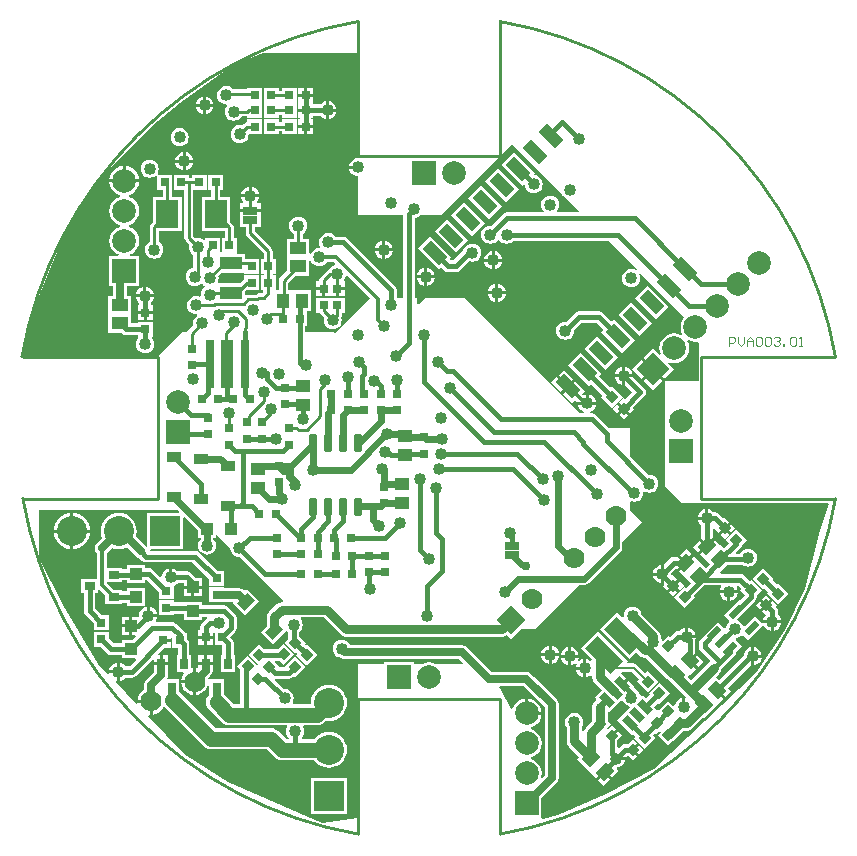
<source format=gtl>
G04 Layer_Physical_Order=1*
G04 Layer_Color=255*
%FSAX25Y25*%
%MOIN*%
G70*
G01*
G75*
%ADD10P,0.04243X4X180.0*%
G04:AMPARAMS|DCode=11|XSize=40mil|YSize=50mil|CornerRadius=0mil|HoleSize=0mil|Usage=FLASHONLY|Rotation=135.000|XOffset=0mil|YOffset=0mil|HoleType=Round|Shape=Rectangle|*
%AMROTATEDRECTD11*
4,1,4,0.03182,0.00353,-0.00353,-0.03182,-0.03182,-0.00353,0.00353,0.03182,0.03182,0.00353,0.0*
%
%ADD11ROTATEDRECTD11*%

%ADD12P,0.04243X4X90.0*%
G04:AMPARAMS|DCode=13|XSize=20mil|YSize=50mil|CornerRadius=0mil|HoleSize=0mil|Usage=FLASHONLY|Rotation=135.000|XOffset=0mil|YOffset=0mil|HoleType=Round|Shape=Rectangle|*
%AMROTATEDRECTD13*
4,1,4,0.02475,0.01061,-0.01061,-0.02475,-0.02475,-0.01061,0.01061,0.02475,0.02475,0.01061,0.0*
%
%ADD13ROTATEDRECTD13*%

G04:AMPARAMS|DCode=14|XSize=40mil|YSize=50mil|CornerRadius=0mil|HoleSize=0mil|Usage=FLASHONLY|Rotation=45.000|XOffset=0mil|YOffset=0mil|HoleType=Round|Shape=Rectangle|*
%AMROTATEDRECTD14*
4,1,4,0.00353,-0.03182,-0.03182,0.00353,-0.00353,0.03182,0.03182,-0.00353,0.00353,-0.03182,0.0*
%
%ADD14ROTATEDRECTD14*%

G04:AMPARAMS|DCode=15|XSize=60mil|YSize=120mil|CornerRadius=0mil|HoleSize=0mil|Usage=FLASHONLY|Rotation=45.000|XOffset=0mil|YOffset=0mil|HoleType=Round|Shape=Rectangle|*
%AMROTATEDRECTD15*
4,1,4,0.02121,-0.06364,-0.06364,0.02121,-0.02121,0.06364,0.06364,-0.02121,0.02121,-0.06364,0.0*
%
%ADD15ROTATEDRECTD15*%

%ADD16R,0.03543X0.02756*%
%ADD17R,0.03937X0.03937*%
%ADD18R,0.03000X0.03000*%
G04:AMPARAMS|DCode=19|XSize=35.43mil|YSize=47.24mil|CornerRadius=0mil|HoleSize=0mil|Usage=FLASHONLY|Rotation=135.000|XOffset=0mil|YOffset=0mil|HoleType=Round|Shape=Rectangle|*
%AMROTATEDRECTD19*
4,1,4,0.02923,0.00418,-0.00418,-0.02923,-0.02923,-0.00418,0.00418,0.02923,0.02923,0.00418,0.0*
%
%ADD19ROTATEDRECTD19*%

G04:AMPARAMS|DCode=20|XSize=47.24mil|YSize=35.43mil|CornerRadius=0mil|HoleSize=0mil|Usage=FLASHONLY|Rotation=225.000|XOffset=0mil|YOffset=0mil|HoleType=Round|Shape=Rectangle|*
%AMROTATEDRECTD20*
4,1,4,0.00418,0.02923,0.02923,0.00418,-0.00418,-0.02923,-0.02923,-0.00418,0.00418,0.02923,0.0*
%
%ADD20ROTATEDRECTD20*%

%ADD21R,0.03000X0.03000*%
%ADD22R,0.02756X0.03543*%
%ADD23R,0.05000X0.03000*%
%ADD24R,0.05000X0.04000*%
%ADD25R,0.05512X0.04331*%
%ADD26R,0.04724X0.03543*%
%ADD27R,0.04724X0.03543*%
%ADD28R,0.03937X0.03937*%
G04:AMPARAMS|DCode=29|XSize=23.62mil|YSize=57.09mil|CornerRadius=2.01mil|HoleSize=0mil|Usage=FLASHONLY|Rotation=180.000|XOffset=0mil|YOffset=0mil|HoleType=Round|Shape=RoundedRectangle|*
%AMROUNDEDRECTD29*
21,1,0.02362,0.05307,0,0,180.0*
21,1,0.01961,0.05709,0,0,180.0*
1,1,0.00402,-0.00980,0.02653*
1,1,0.00402,0.00980,0.02653*
1,1,0.00402,0.00980,-0.02653*
1,1,0.00402,-0.00980,-0.02653*
%
%ADD29ROUNDEDRECTD29*%
G04:AMPARAMS|DCode=30|XSize=27.56mil|YSize=161.42mil|CornerRadius=1.93mil|HoleSize=0mil|Usage=FLASHONLY|Rotation=0.000|XOffset=0mil|YOffset=0mil|HoleType=Round|Shape=RoundedRectangle|*
%AMROUNDEDRECTD30*
21,1,0.02756,0.15756,0,0,0.0*
21,1,0.02370,0.16142,0,0,0.0*
1,1,0.00386,0.01185,-0.07878*
1,1,0.00386,-0.01185,-0.07878*
1,1,0.00386,-0.01185,0.07878*
1,1,0.00386,0.01185,0.07878*
%
%ADD30ROUNDEDRECTD30*%
G04:AMPARAMS|DCode=31|XSize=39.37mil|YSize=161.42mil|CornerRadius=1.97mil|HoleSize=0mil|Usage=FLASHONLY|Rotation=0.000|XOffset=0mil|YOffset=0mil|HoleType=Round|Shape=RoundedRectangle|*
%AMROUNDEDRECTD31*
21,1,0.03937,0.15748,0,0,0.0*
21,1,0.03543,0.16142,0,0,0.0*
1,1,0.00394,0.01772,-0.07874*
1,1,0.00394,-0.01772,-0.07874*
1,1,0.00394,-0.01772,0.07874*
1,1,0.00394,0.01772,0.07874*
%
%ADD31ROUNDEDRECTD31*%
%ADD32R,0.04000X0.05000*%
%ADD33R,0.07480X0.04331*%
%ADD34R,0.07480X0.09449*%
G04:AMPARAMS|DCode=35|XSize=78.74mil|YSize=39.37mil|CornerRadius=0mil|HoleSize=0mil|Usage=FLASHONLY|Rotation=315.000|XOffset=0mil|YOffset=0mil|HoleType=Round|Shape=Rectangle|*
%AMROTATEDRECTD35*
4,1,4,-0.04176,0.01392,-0.01392,0.04176,0.04176,-0.01392,0.01392,-0.04176,-0.04176,0.01392,0.0*
%
%ADD35ROTATEDRECTD35*%

G04:AMPARAMS|DCode=36|XSize=24mil|YSize=50mil|CornerRadius=0mil|HoleSize=0mil|Usage=FLASHONLY|Rotation=225.000|XOffset=0mil|YOffset=0mil|HoleType=Round|Shape=Rectangle|*
%AMROTATEDRECTD36*
4,1,4,-0.00919,0.02616,0.02616,-0.00919,0.00919,-0.02616,-0.02616,0.00919,-0.00919,0.02616,0.0*
%
%ADD36ROTATEDRECTD36*%

%ADD37C,0.01800*%
%ADD38C,0.00780*%
%ADD39C,0.02200*%
%ADD40C,0.00900*%
%ADD41C,0.01000*%
%ADD42C,0.03000*%
%ADD43C,0.02500*%
%ADD44C,0.01500*%
%ADD45C,0.01200*%
%ADD46C,0.00800*%
%ADD47C,0.05000*%
%ADD48C,0.02000*%
%ADD49C,0.00400*%
%ADD50C,0.10000*%
%ADD51R,0.10000X0.10000*%
%ADD52C,0.07874*%
%ADD53R,0.07874X0.07874*%
%ADD54P,0.11136X4X90.0*%
%ADD55R,0.10000X0.10000*%
%ADD56R,0.07874X0.07874*%
%ADD57C,0.07000*%
%ADD58P,0.09899X4X90.0*%
%ADD59C,0.04000*%
%ADD60C,0.03000*%
G36*
X1669379Y0484487D02*
X1669860Y0483860D01*
X1670487Y0483380D01*
X1671217Y0483077D01*
X1672000Y0482974D01*
X1672783Y0483077D01*
X1673513Y0483380D01*
X1674140Y0483860D01*
X1674530Y0484369D01*
X1676915D01*
X1677387Y0483897D01*
X1677339Y0483756D01*
X1677172Y0483404D01*
X1676487Y0483120D01*
X1675860Y0482640D01*
X1675380Y0482013D01*
X1675353Y0481949D01*
X1674934Y0481866D01*
X1674455Y0481545D01*
X1672455Y0479545D01*
X1672134Y0479066D01*
X1672022Y0478500D01*
Y0478000D01*
X1671000D01*
Y0476000D01*
X1673500D01*
Y0475500D01*
X1674000D01*
Y0473000D01*
X1677500D01*
Y0475500D01*
X1678000D01*
Y0476000D01*
X1680500D01*
Y0478000D01*
X1680439D01*
X1680247Y0478500D01*
X1680621Y0478987D01*
X1680904Y0479672D01*
X1681256Y0479839D01*
X1681397Y0479887D01*
X1688910Y0472374D01*
X1677165Y0460630D01*
X1676874Y0460921D01*
X1667437D01*
Y0463000D01*
X1668000D01*
Y0468000D01*
X1668500Y0468000D01*
X1669400D01*
Y0475000D01*
X1663400D01*
Y0475000D01*
X1663000Y0475000D01*
Y0475000D01*
X1661679D01*
Y0477564D01*
X1663997Y0479882D01*
X1668756D01*
Y0484686D01*
X1669256Y0484786D01*
X1669379Y0484487D01*
D02*
G37*
G36*
X1685039Y0519060D02*
X1685000Y0519026D01*
X1684217Y0518923D01*
X1683487Y0518620D01*
X1682860Y0518140D01*
X1682380Y0517513D01*
X1682077Y0516783D01*
X1682040Y0516500D01*
X1685000D01*
Y0515500D01*
X1682040D01*
X1682077Y0515217D01*
X1682380Y0514487D01*
X1682860Y0513860D01*
X1683487Y0513379D01*
X1684217Y0513077D01*
X1685000Y0512974D01*
X1685039Y0512940D01*
Y0500000D01*
X1700063D01*
Y0472441D01*
X1697784D01*
Y0475000D01*
X1697784Y0475000D01*
X1697648Y0475683D01*
X1697262Y0476262D01*
X1697262Y0476262D01*
X1681262Y0492262D01*
X1680683Y0492649D01*
X1680000Y0492784D01*
X1677412D01*
X1677140Y0493140D01*
X1676513Y0493620D01*
X1675783Y0493923D01*
X1675000Y0494026D01*
X1674217Y0493923D01*
X1673487Y0493620D01*
X1672860Y0493140D01*
X1672379Y0492513D01*
X1672077Y0491783D01*
X1671974Y0491000D01*
X1672077Y0490217D01*
X1672379Y0489487D01*
X1672385Y0489479D01*
X1672115Y0489011D01*
X1672000Y0489026D01*
X1671217Y0488923D01*
X1670487Y0488621D01*
X1669860Y0488140D01*
X1669379Y0487513D01*
X1669256Y0487215D01*
X1668756Y0487314D01*
Y0492118D01*
X1666478D01*
Y0493865D01*
X1666513Y0493880D01*
X1667140Y0494360D01*
X1667620Y0494987D01*
X1667923Y0495717D01*
X1668026Y0496500D01*
X1667923Y0497283D01*
X1667620Y0498013D01*
X1667140Y0498640D01*
X1666513Y0499121D01*
X1665783Y0499423D01*
X1665000Y0499526D01*
X1664217Y0499423D01*
X1663487Y0499121D01*
X1662860Y0498640D01*
X1662379Y0498013D01*
X1662077Y0497283D01*
X1661974Y0496500D01*
X1662077Y0495717D01*
X1662379Y0494987D01*
X1662860Y0494360D01*
X1663487Y0493880D01*
X1663522Y0493865D01*
Y0492118D01*
X1661244D01*
Y0485787D01*
Y0481454D01*
X1659069Y0479279D01*
X1658737Y0478783D01*
X1658621Y0478197D01*
Y0475000D01*
X1657500D01*
Y0480000D01*
X1656478D01*
Y0480500D01*
X1657500D01*
Y0485500D01*
X1656478D01*
Y0488000D01*
X1656366Y0488566D01*
X1656045Y0489045D01*
X1650478Y0494612D01*
Y0496000D01*
X1652500D01*
Y0499000D01*
Y0501000D01*
X1649000D01*
X1645500D01*
Y0499000D01*
Y0496000D01*
X1647522D01*
Y0494000D01*
X1647634Y0493434D01*
X1647955Y0492955D01*
X1653522Y0487388D01*
Y0485500D01*
X1652500D01*
Y0480500D01*
X1653522D01*
Y0480000D01*
X1652500D01*
Y0475000D01*
X1653250D01*
X1653409Y0474500D01*
X1652888Y0473978D01*
X1651979D01*
X1651413Y0473866D01*
X1650934Y0473545D01*
X1650817Y0473428D01*
X1648327D01*
X1647762Y0473316D01*
X1647740Y0473302D01*
X1647240Y0473569D01*
Y0474728D01*
X1647512Y0475000D01*
X1652000D01*
Y0480000D01*
X1647000D01*
Y0478628D01*
X1646876Y0478545D01*
X1645575Y0477244D01*
X1638531D01*
X1638227Y0477744D01*
X1638423Y0478217D01*
X1638526Y0479000D01*
X1638423Y0479783D01*
X1638408Y0479818D01*
X1639347Y0480756D01*
X1647000D01*
Y0480500D01*
X1652000D01*
Y0485500D01*
X1647240D01*
Y0487087D01*
X1644709D01*
X1644500Y0487500D01*
X1644500Y0487587D01*
Y0492500D01*
X1643478D01*
Y0496071D01*
X1643366Y0496637D01*
X1643045Y0497116D01*
X1642311Y0497851D01*
Y0506224D01*
X1639049D01*
Y0508500D01*
X1640000D01*
Y0513500D01*
X1635000D01*
Y0508500D01*
X1636093D01*
Y0506224D01*
X1632831D01*
Y0494776D01*
X1640522D01*
Y0492500D01*
X1639500D01*
Y0487968D01*
X1639214Y0487769D01*
X1639000Y0487914D01*
Y0492500D01*
X1634000D01*
Y0491939D01*
X1633500Y0491747D01*
X1633013Y0492121D01*
X1632283Y0492423D01*
X1631500Y0492526D01*
X1630717Y0492423D01*
X1630682Y0492409D01*
X1629978Y0493112D01*
Y0508500D01*
X1634500D01*
Y0513500D01*
X1629500D01*
Y0512478D01*
X1628500D01*
Y0513500D01*
X1623500D01*
Y0508500D01*
X1627022D01*
Y0492500D01*
X1627134Y0491934D01*
X1627455Y0491455D01*
X1628592Y0490318D01*
X1628577Y0490283D01*
X1628474Y0489500D01*
X1628577Y0488717D01*
X1628880Y0487987D01*
X1629360Y0487360D01*
X1629987Y0486879D01*
X1630022Y0486865D01*
Y0482417D01*
X1629717Y0482377D01*
X1628987Y0482075D01*
X1628360Y0481594D01*
X1627880Y0480967D01*
X1627577Y0480237D01*
X1627474Y0479454D01*
X1627577Y0478671D01*
X1627880Y0477941D01*
X1628360Y0477315D01*
X1628987Y0476834D01*
X1629717Y0476531D01*
X1630500Y0476428D01*
X1631283Y0476531D01*
X1632013Y0476834D01*
X1632480Y0477192D01*
X1632998Y0477194D01*
X1633141Y0477146D01*
X1633360Y0476860D01*
X1633764Y0476551D01*
X1633775Y0476529D01*
Y0475971D01*
X1633764Y0475949D01*
X1633360Y0475640D01*
X1632879Y0475013D01*
X1632577Y0474283D01*
X1632474Y0473500D01*
X1632519Y0473159D01*
X1632061Y0472808D01*
X1631783Y0472923D01*
X1631000Y0473026D01*
X1630217Y0472923D01*
X1629487Y0472620D01*
X1628860Y0472140D01*
X1628379Y0471513D01*
X1628077Y0470783D01*
X1627974Y0470000D01*
X1628077Y0469217D01*
X1628379Y0468487D01*
X1628860Y0467860D01*
X1629487Y0467380D01*
X1630217Y0467077D01*
X1631000Y0466974D01*
X1631153Y0466994D01*
X1631351Y0466516D01*
X1630860Y0466140D01*
X1630379Y0465513D01*
X1630077Y0464783D01*
X1629974Y0464000D01*
X1630075Y0463237D01*
X1628419Y0461582D01*
X1628087Y0461085D01*
X1628054Y0460921D01*
X1626276D01*
X1618110Y0452756D01*
X1573955Y0452896D01*
X1573631Y0453277D01*
X1574803Y0460630D01*
X1576153Y0467601D01*
X1579500Y0475500D01*
X1582951Y0483645D01*
X1586614Y0492126D01*
X1591834Y0501283D01*
X1598557Y0511943D01*
X1618110Y0531496D01*
X1625694Y0537239D01*
X1633858Y0543307D01*
X1639500Y0547500D01*
X1645669Y0551181D01*
X1653431Y0554124D01*
X1685039D01*
Y0519060D01*
D02*
G37*
G36*
X1752959Y0506884D02*
X1753360Y0506360D01*
X1753884Y0505959D01*
X1758443Y0501399D01*
X1758252Y0500937D01*
X1751331D01*
X1751199Y0501437D01*
X1751620Y0501987D01*
X1751923Y0502717D01*
X1752026Y0503500D01*
X1751923Y0504283D01*
X1751620Y0505013D01*
X1751140Y0505640D01*
X1750513Y0506120D01*
X1749783Y0506423D01*
X1749000Y0506526D01*
X1748217Y0506423D01*
X1747487Y0506120D01*
X1746860Y0505640D01*
X1746379Y0505013D01*
X1746077Y0504283D01*
X1745974Y0503500D01*
X1746077Y0502717D01*
X1746379Y0501987D01*
X1746801Y0501437D01*
X1746669Y0500937D01*
X1734485D01*
X1733743Y0500790D01*
X1733115Y0500370D01*
X1729239Y0496494D01*
X1729000Y0496526D01*
X1728217Y0496423D01*
X1727487Y0496121D01*
X1726860Y0495640D01*
X1726380Y0495013D01*
X1726077Y0494283D01*
X1725974Y0493500D01*
X1726077Y0492717D01*
X1726380Y0491987D01*
X1726860Y0491360D01*
X1727487Y0490879D01*
X1728217Y0490577D01*
X1729000Y0490474D01*
X1729783Y0490577D01*
X1730513Y0490879D01*
X1731140Y0491360D01*
X1731449Y0491764D01*
X1731471Y0491775D01*
X1732029D01*
X1732051Y0491764D01*
X1732360Y0491360D01*
X1732987Y0490879D01*
X1733717Y0490577D01*
X1734500Y0490474D01*
X1735283Y0490577D01*
X1736013Y0490879D01*
X1736640Y0491360D01*
X1736795Y0491563D01*
X1768280D01*
X1777852Y0481990D01*
X1777522Y0481614D01*
X1777513Y0481621D01*
X1776783Y0481923D01*
X1776000Y0482026D01*
X1775217Y0481923D01*
X1774487Y0481621D01*
X1773860Y0481140D01*
X1773380Y0480513D01*
X1773077Y0479783D01*
X1772974Y0479000D01*
X1773077Y0478217D01*
X1773380Y0477487D01*
X1773860Y0476860D01*
X1774487Y0476379D01*
X1775217Y0476077D01*
X1776000Y0475974D01*
X1776783Y0476077D01*
X1777513Y0476379D01*
X1778140Y0476860D01*
X1778621Y0477487D01*
X1778923Y0478217D01*
X1779026Y0479000D01*
X1778923Y0479783D01*
X1778621Y0480513D01*
X1778614Y0480522D01*
X1778991Y0480852D01*
X1793747Y0466096D01*
X1793113Y0465270D01*
X1792616Y0464069D01*
X1792446Y0462780D01*
X1792616Y0461491D01*
X1793032Y0460484D01*
X1792650Y0460102D01*
X1791643Y0460519D01*
X1790354Y0460688D01*
X1789066Y0460519D01*
X1787864Y0460021D01*
X1786833Y0459230D01*
X1786042Y0458198D01*
X1785544Y0456997D01*
X1785375Y0455709D01*
X1785544Y0454420D01*
X1785795Y0453815D01*
X1785371Y0453532D01*
X1783283Y0455620D01*
X1780146Y0452482D01*
X1783637Y0448991D01*
X1787128Y0445500D01*
X1790265Y0448638D01*
X1788177Y0450725D01*
X1788461Y0451149D01*
X1789066Y0450899D01*
X1790354Y0450729D01*
X1791643Y0450899D01*
X1792844Y0451396D01*
X1793875Y0452187D01*
X1794667Y0453219D01*
X1795164Y0454420D01*
X1795334Y0455709D01*
X1795164Y0456997D01*
X1794747Y0458004D01*
X1795130Y0458387D01*
X1796137Y0457970D01*
X1797425Y0457800D01*
X1798124Y0457892D01*
X1798500Y0457562D01*
X1798500Y0444882D01*
X1787402Y0444882D01*
Y0409449D01*
X1792850Y0404000D01*
X1841588D01*
X1841880Y0403594D01*
X1838583Y0393701D01*
X1834000Y0375500D01*
X1827238Y0361738D01*
X1817500Y0347500D01*
X1783500Y0315500D01*
X1767764Y0307040D01*
X1751621Y0300214D01*
X1746467Y0298769D01*
X1746079Y0299179D01*
Y0305669D01*
X1751122Y0310713D01*
X1751620Y0311457D01*
X1751794Y0312335D01*
Y0337000D01*
X1751620Y0337878D01*
X1751122Y0338622D01*
X1743633Y0346112D01*
D01*
X1742622Y0347122D01*
X1741878Y0347620D01*
X1741000Y0347794D01*
X1729450D01*
X1721291Y0355953D01*
X1720547Y0356450D01*
X1719669Y0356625D01*
X1682281D01*
X1682121Y0357013D01*
X1681640Y0357640D01*
X1681013Y0358120D01*
X1680283Y0358423D01*
X1679500Y0358526D01*
X1678717Y0358423D01*
X1677987Y0358120D01*
X1677360Y0357640D01*
X1676880Y0357013D01*
X1676577Y0356283D01*
X1676474Y0355500D01*
X1676577Y0354717D01*
X1676880Y0353987D01*
X1677360Y0353360D01*
X1677987Y0352880D01*
X1678717Y0352577D01*
X1679373Y0352491D01*
X1679791Y0352211D01*
X1680669Y0352037D01*
X1718719D01*
X1719900Y0350856D01*
X1719709Y0350394D01*
X1710849D01*
X1709844Y0350810D01*
X1708555Y0350980D01*
X1707266Y0350810D01*
X1706261Y0350394D01*
X1703492Y0350394D01*
Y0350937D01*
X1693618D01*
Y0350394D01*
X1685039D01*
Y0299213D01*
X1672921Y0297500D01*
X1641732Y0311024D01*
X1627000Y0320500D01*
X1614962Y0333094D01*
X1615202Y0333566D01*
X1615500Y0333527D01*
Y0337500D01*
X1611527D01*
X1611541Y0337397D01*
X1611066Y0337169D01*
X1604175Y0344378D01*
X1604415Y0344851D01*
X1604500Y0344840D01*
Y0347300D01*
X1601948D01*
X1601560Y0347114D01*
X1598425Y0350394D01*
X1586614Y0370079D01*
X1578740Y0385827D01*
Y0401575D01*
X1624897D01*
X1625325Y0401147D01*
X1625134Y0400685D01*
X1614767D01*
Y0389557D01*
X1614267Y0389405D01*
X1614122Y0389622D01*
X1610884Y0392861D01*
X1611080Y0393509D01*
X1611196Y0394685D01*
X1611080Y0395861D01*
X1610737Y0396992D01*
X1610180Y0398035D01*
X1609430Y0398948D01*
X1608517Y0399698D01*
X1607474Y0400255D01*
X1606343Y0400598D01*
X1605167Y0400714D01*
X1603991Y0400598D01*
X1602860Y0400255D01*
X1601817Y0399698D01*
X1600904Y0398948D01*
X1600154Y0398035D01*
X1599597Y0396992D01*
X1599254Y0395861D01*
X1599138Y0394685D01*
X1599254Y0393509D01*
X1599597Y0392378D01*
X1599603Y0392366D01*
X1597878Y0390640D01*
X1597381Y0389896D01*
X1597206Y0389018D01*
X1597381Y0388140D01*
X1597869Y0387410D01*
Y0378878D01*
X1592728D01*
Y0374122D01*
X1593563D01*
Y0368083D01*
X1593710Y0367341D01*
X1594130Y0366713D01*
X1596909Y0363934D01*
Y0361673D01*
X1601909D01*
Y0366673D01*
X1599649D01*
X1597437Y0368885D01*
Y0374122D01*
X1598272D01*
Y0374914D01*
X1598772Y0375121D01*
X1600728Y0373165D01*
Y0370322D01*
X1606272D01*
Y0370763D01*
X1608031D01*
Y0369657D01*
X1613477D01*
X1613576Y0369158D01*
X1613487Y0369121D01*
X1612860Y0368640D01*
X1612379Y0368013D01*
X1612077Y0367283D01*
X1611974Y0366500D01*
X1611526Y0366158D01*
X1609752D01*
Y0363189D01*
Y0360221D01*
X1610765D01*
X1610956Y0359758D01*
X1609481Y0358283D01*
X1606284D01*
Y0357252D01*
X1603570D01*
X1601909Y0358913D01*
Y0361173D01*
X1596909D01*
Y0356173D01*
X1599170D01*
X1601398Y0353945D01*
X1602026Y0353525D01*
X1602768Y0353378D01*
X1606284D01*
Y0352346D01*
X1610765D01*
X1610956Y0351885D01*
X1608809Y0349737D01*
X1607295D01*
X1607140Y0349940D01*
X1606513Y0350420D01*
X1605783Y0350723D01*
X1605500Y0350760D01*
Y0347800D01*
Y0344840D01*
X1605783Y0344877D01*
X1606513Y0345180D01*
X1607140Y0345660D01*
X1607295Y0345863D01*
X1609611D01*
X1610352Y0346010D01*
X1610981Y0346430D01*
X1616511Y0351961D01*
X1616973Y0351769D01*
Y0351020D01*
X1618851D01*
Y0353291D01*
X1618495D01*
X1618304Y0353753D01*
X1620318Y0355768D01*
X1622579D01*
Y0357768D01*
X1620079D01*
Y0358768D01*
X1622579D01*
Y0358998D01*
X1623020Y0359234D01*
X1623079Y0359194D01*
Y0355768D01*
X1624894D01*
Y0353291D01*
X1624454D01*
Y0347748D01*
X1626690D01*
X1626937Y0347248D01*
X1626569Y0346769D01*
X1626116Y0345675D01*
X1626027Y0345000D01*
X1630000D01*
Y0348973D01*
X1629709Y0348935D01*
X1629209Y0349351D01*
Y0353291D01*
X1628769D01*
Y0357015D01*
X1628621Y0357756D01*
X1628201Y0358385D01*
X1628079Y0358507D01*
Y0360768D01*
X1627298D01*
X1626949Y0361291D01*
X1624370Y0363870D01*
X1623741Y0364290D01*
X1623000Y0364437D01*
X1617764D01*
X1617543Y0364886D01*
X1617620Y0364987D01*
X1617923Y0365717D01*
X1617960Y0366000D01*
X1615000D01*
Y0366500D01*
X1614500D01*
Y0369460D01*
X1614380Y0369444D01*
X1614024Y0369763D01*
X1613968Y0369861D01*
Y0375594D01*
X1608031D01*
Y0374637D01*
X1606272D01*
Y0375078D01*
X1603429D01*
X1601205Y0377302D01*
X1601308Y0377802D01*
X1606272D01*
Y0378243D01*
X1608031D01*
Y0377532D01*
X1613968D01*
Y0378289D01*
X1614469Y0378449D01*
X1618563Y0374355D01*
Y0372094D01*
X1623563D01*
Y0376493D01*
X1624013Y0376679D01*
X1624640Y0377160D01*
X1624795Y0377363D01*
X1626953D01*
Y0376484D01*
X1629921D01*
X1632890D01*
Y0378953D01*
X1630987D01*
X1629270Y0380670D01*
X1628641Y0381090D01*
X1627900Y0381237D01*
X1624795D01*
X1624640Y0381440D01*
X1624013Y0381921D01*
X1623283Y0382223D01*
X1623000Y0382260D01*
Y0379300D01*
X1622000D01*
Y0382260D01*
X1621717Y0382223D01*
X1620987Y0381921D01*
X1620360Y0381440D01*
X1619880Y0380813D01*
X1619577Y0380083D01*
X1619513Y0379592D01*
X1618985Y0379413D01*
X1616527Y0381870D01*
X1615899Y0382290D01*
X1615158Y0382437D01*
X1613968D01*
Y0383469D01*
X1608031D01*
Y0382118D01*
X1606272D01*
Y0382558D01*
X1601131D01*
Y0387405D01*
X1602848Y0389121D01*
X1602860Y0389115D01*
X1603991Y0388772D01*
X1605167Y0388656D01*
X1606343Y0388772D01*
X1607474Y0389115D01*
X1607908Y0389347D01*
X1610878Y0386378D01*
X1611622Y0385880D01*
X1611944Y0385817D01*
X1612930Y0384830D01*
X1613559Y0384410D01*
X1614300Y0384263D01*
X1629730D01*
X1635295Y0378697D01*
Y0376437D01*
X1640295D01*
Y0381437D01*
X1638035D01*
X1631902Y0387570D01*
X1631274Y0387990D01*
X1630532Y0388137D01*
X1615576D01*
X1615544Y0388185D01*
X1615811Y0388685D01*
X1626767D01*
Y0399052D01*
X1627229Y0399243D01*
X1631657Y0394814D01*
Y0392531D01*
X1632485D01*
Y0392012D01*
X1632006Y0391387D01*
X1631703Y0390657D01*
X1631600Y0389874D01*
X1631703Y0389091D01*
X1632006Y0388361D01*
X1632486Y0387734D01*
X1633113Y0387253D01*
X1633843Y0386951D01*
X1634626Y0386848D01*
X1635409Y0386951D01*
X1636139Y0387253D01*
X1636766Y0387734D01*
X1637247Y0388361D01*
X1637549Y0389091D01*
X1637652Y0389874D01*
X1637549Y0390657D01*
X1637247Y0391387D01*
X1636767Y0392012D01*
Y0392531D01*
X1637594D01*
Y0393248D01*
X1638057Y0393440D01*
X1642388Y0389108D01*
X1642374Y0389000D01*
X1642477Y0388217D01*
X1642780Y0387487D01*
X1643260Y0386860D01*
X1643887Y0386380D01*
X1644617Y0386077D01*
X1645400Y0385974D01*
X1645508Y0385988D01*
X1659985Y0371511D01*
X1659794Y0371049D01*
X1659500D01*
X1658525Y0370855D01*
X1657698Y0370302D01*
X1655198Y0367802D01*
X1654645Y0366975D01*
X1654451Y0366000D01*
Y0362871D01*
X1652663Y0361082D01*
X1656582Y0357163D01*
X1660840Y0361421D01*
X1661339Y0361388D01*
X1661360Y0361360D01*
X1661563Y0361205D01*
Y0358598D01*
X1660464Y0357500D01*
X1664000Y0353964D01*
X1664287Y0354252D01*
X1664751Y0353787D01*
X1664354Y0353389D01*
X1667889Y0349854D01*
X1671425Y0353389D01*
X1667889Y0356925D01*
X1667602Y0356638D01*
X1667138Y0357102D01*
X1667536Y0357500D01*
X1665437Y0359598D01*
Y0361205D01*
X1665640Y0361360D01*
X1666121Y0361987D01*
X1666423Y0362717D01*
X1666526Y0363500D01*
X1666423Y0364283D01*
X1666121Y0365013D01*
X1665784Y0365451D01*
X1666024Y0365951D01*
X1673444D01*
X1679180Y0360215D01*
X1680007Y0359663D01*
X1680982Y0359469D01*
X1706047D01*
X1706136Y0359451D01*
X1709864D01*
X1709953Y0359469D01*
X1733081D01*
X1734056Y0359663D01*
X1734581Y0360013D01*
X1736011Y0358584D01*
X1739632Y0362205D01*
X1744094D01*
X1758649Y0376759D01*
X1760400D01*
X1761219Y0376922D01*
X1761914Y0377386D01*
X1772323Y0387795D01*
X1772787Y0388490D01*
X1772950Y0389309D01*
Y0391061D01*
X1779528Y0397638D01*
X1775591Y0401575D01*
Y0404387D01*
X1776006Y0404664D01*
X1776217Y0404577D01*
X1777000Y0404474D01*
X1777783Y0404577D01*
X1778513Y0404880D01*
X1779140Y0405360D01*
X1779621Y0405987D01*
X1779923Y0406717D01*
X1780026Y0407500D01*
X1780011Y0407615D01*
X1780479Y0407885D01*
X1780487Y0407879D01*
X1781217Y0407577D01*
X1782000Y0407474D01*
X1782783Y0407577D01*
X1783513Y0407879D01*
X1784140Y0408360D01*
X1784620Y0408987D01*
X1784923Y0409717D01*
X1785026Y0410500D01*
X1784923Y0411283D01*
X1784620Y0412013D01*
X1784140Y0412640D01*
X1783513Y0413121D01*
X1782783Y0413423D01*
X1782000Y0413526D01*
X1781747Y0413493D01*
X1775591Y0419649D01*
Y0429134D01*
X1768621D01*
X1764385Y0433370D01*
X1763757Y0433790D01*
X1763015Y0433937D01*
X1762328D01*
X1762228Y0434437D01*
X1762813Y0434680D01*
X1763440Y0435160D01*
X1763921Y0435787D01*
X1764223Y0436517D01*
X1764260Y0436800D01*
X1758340D01*
X1758377Y0436517D01*
X1758680Y0435787D01*
X1759160Y0435160D01*
X1759787Y0434680D01*
X1760372Y0434437D01*
X1760272Y0433937D01*
X1758976D01*
X1720472Y0472441D01*
X1707367D01*
X1705186Y0470260D01*
X1704724Y0470451D01*
Y0472441D01*
X1703937D01*
Y0488189D01*
Y0491339D01*
Y0499032D01*
X1704283Y0499077D01*
X1705013Y0499379D01*
X1705640Y0499860D01*
X1705747Y0500000D01*
X1712598D01*
X1736221Y0523622D01*
X1752959Y0506884D01*
D02*
G37*
G36*
X1747206Y0336050D02*
Y0313285D01*
X1746346Y0312424D01*
X1746161Y0312548D01*
X1745959Y0312745D01*
X1746121Y0313976D01*
X1745952Y0315265D01*
X1745454Y0316466D01*
X1744663Y0317497D01*
X1743632Y0318289D01*
X1742625Y0318706D01*
Y0319247D01*
X1743632Y0319664D01*
X1744663Y0320455D01*
X1745454Y0321487D01*
X1745952Y0322688D01*
X1746121Y0323976D01*
X1745952Y0325265D01*
X1745454Y0326466D01*
X1744663Y0327498D01*
X1743632Y0328289D01*
X1742625Y0328706D01*
Y0329247D01*
X1743632Y0329664D01*
X1744663Y0330455D01*
X1745454Y0331487D01*
X1745952Y0332688D01*
X1746055Y0333476D01*
X1741142D01*
Y0333976D01*
X1740642D01*
Y0338890D01*
X1739853Y0338786D01*
X1738652Y0338289D01*
X1737621Y0337497D01*
X1736829Y0336466D01*
X1736396Y0335419D01*
X1735870Y0335355D01*
X1732370Y0342434D01*
X1732059Y0342744D01*
X1732251Y0343206D01*
X1740050D01*
X1747206Y0336050D01*
D02*
G37*
%LPC*%
G36*
X1673000Y0475000D02*
X1671000D01*
Y0473000D01*
X1673000D01*
Y0475000D01*
D02*
G37*
G36*
X1680500Y0472500D02*
X1671000D01*
Y0467500D01*
X1672121D01*
X1672134Y0467434D01*
X1672455Y0466955D01*
X1673591Y0465818D01*
X1673577Y0465783D01*
X1673474Y0465000D01*
X1673577Y0464217D01*
X1673879Y0463487D01*
X1674360Y0462860D01*
X1674987Y0462380D01*
X1675717Y0462077D01*
X1676500Y0461974D01*
X1677283Y0462077D01*
X1678013Y0462380D01*
X1678640Y0462860D01*
X1679120Y0463487D01*
X1679423Y0464217D01*
X1679526Y0465000D01*
X1679423Y0465783D01*
X1679362Y0465929D01*
X1679366Y0465934D01*
X1679478Y0466500D01*
Y0467500D01*
X1680500D01*
Y0472500D01*
D02*
G37*
G36*
Y0475000D02*
X1678500D01*
Y0473000D01*
X1680500D01*
Y0475000D01*
D02*
G37*
G36*
X1606500Y0516414D02*
X1605711Y0516310D01*
X1604510Y0515812D01*
X1603479Y0515021D01*
X1602687Y0513990D01*
X1602190Y0512789D01*
X1602086Y0512000D01*
X1606500D01*
Y0516414D01*
D02*
G37*
G36*
X1607500D02*
Y0512000D01*
X1611914D01*
X1611810Y0512789D01*
X1611312Y0513990D01*
X1610521Y0515021D01*
X1609490Y0515812D01*
X1608289Y0516310D01*
X1607500Y0516414D01*
D02*
G37*
G36*
X1649500Y0509460D02*
Y0507000D01*
X1651960D01*
X1651923Y0507283D01*
X1651620Y0508013D01*
X1651140Y0508640D01*
X1650513Y0509121D01*
X1649783Y0509423D01*
X1649500Y0509460D01*
D02*
G37*
G36*
X1626500Y0520960D02*
X1626217Y0520923D01*
X1625487Y0520620D01*
X1624860Y0520140D01*
X1624380Y0519513D01*
X1624077Y0518783D01*
X1624040Y0518500D01*
X1626500D01*
Y0520960D01*
D02*
G37*
G36*
X1627500D02*
Y0518500D01*
X1629960D01*
X1629923Y0518783D01*
X1629621Y0519513D01*
X1629140Y0520140D01*
X1628513Y0520620D01*
X1627783Y0520923D01*
X1627500Y0520960D01*
D02*
G37*
G36*
X1626500Y0517500D02*
X1624040D01*
X1624077Y0517217D01*
X1624380Y0516487D01*
X1624860Y0515860D01*
X1625487Y0515379D01*
X1626217Y0515077D01*
X1626500Y0515040D01*
Y0517500D01*
D02*
G37*
G36*
X1629960D02*
X1627500D01*
Y0515040D01*
X1627783Y0515077D01*
X1628513Y0515379D01*
X1629140Y0515860D01*
X1629621Y0516487D01*
X1629923Y0517217D01*
X1629960Y0517500D01*
D02*
G37*
G36*
X1694000Y0491460D02*
Y0489000D01*
X1696460D01*
X1696423Y0489283D01*
X1696120Y0490013D01*
X1695640Y0490640D01*
X1695013Y0491120D01*
X1694283Y0491423D01*
X1694000Y0491460D01*
D02*
G37*
G36*
X1693000D02*
X1692717Y0491423D01*
X1691987Y0491120D01*
X1691360Y0490640D01*
X1690879Y0490013D01*
X1690577Y0489283D01*
X1690540Y0489000D01*
X1693000D01*
Y0491460D01*
D02*
G37*
G36*
X1648500Y0509460D02*
X1648217Y0509423D01*
X1647487Y0509121D01*
X1646860Y0508640D01*
X1646379Y0508013D01*
X1646077Y0507283D01*
X1646040Y0507000D01*
X1648500D01*
Y0509460D01*
D02*
G37*
G36*
X1651960Y0506000D02*
X1646040D01*
X1646077Y0505717D01*
X1646379Y0504987D01*
X1646753Y0504500D01*
X1646561Y0504000D01*
X1645500D01*
Y0502000D01*
X1649000D01*
X1652500D01*
Y0504000D01*
X1651439D01*
X1651247Y0504500D01*
X1651620Y0504987D01*
X1651923Y0505717D01*
X1651960Y0506000D01*
D02*
G37*
G36*
X1675300Y0537960D02*
Y0535500D01*
X1677760D01*
X1677723Y0535783D01*
X1677420Y0536513D01*
X1676940Y0537140D01*
X1676313Y0537620D01*
X1675583Y0537923D01*
X1675300Y0537960D01*
D02*
G37*
G36*
X1633300Y0539560D02*
X1633017Y0539523D01*
X1632287Y0539221D01*
X1631660Y0538740D01*
X1631179Y0538113D01*
X1630877Y0537383D01*
X1630840Y0537100D01*
X1633300D01*
Y0539560D01*
D02*
G37*
G36*
Y0536100D02*
X1630840D01*
X1630877Y0535817D01*
X1631179Y0535087D01*
X1631660Y0534460D01*
X1632287Y0533980D01*
X1633017Y0533677D01*
X1633300Y0533640D01*
Y0536100D01*
D02*
G37*
G36*
X1636760D02*
X1634300D01*
Y0533640D01*
X1634583Y0533677D01*
X1635313Y0533980D01*
X1635940Y0534460D01*
X1636420Y0535087D01*
X1636723Y0535817D01*
X1636760Y0536100D01*
D02*
G37*
G36*
X1670000Y0542500D02*
X1668000D01*
Y0540500D01*
X1670000D01*
Y0542500D01*
D02*
G37*
G36*
X1664500D02*
X1659500D01*
Y0541478D01*
X1658500D01*
Y0542500D01*
X1653500D01*
Y0537500D01*
Y0532500D01*
X1658500D01*
Y0533522D01*
X1659500D01*
Y0532500D01*
X1664500D01*
Y0537500D01*
Y0542500D01*
D02*
G37*
G36*
X1634300Y0539560D02*
Y0537100D01*
X1636760D01*
X1636723Y0537383D01*
X1636420Y0538113D01*
X1635940Y0538740D01*
X1635313Y0539221D01*
X1634583Y0539523D01*
X1634300Y0539560D01*
D02*
G37*
G36*
X1667000Y0542500D02*
X1665000D01*
Y0540500D01*
X1667000D01*
Y0542500D01*
D02*
G37*
G36*
X1670000Y0529000D02*
X1668000D01*
Y0527000D01*
X1670000D01*
Y0529000D01*
D02*
G37*
G36*
X1653000Y0532000D02*
X1648000D01*
Y0530978D01*
X1647434Y0530866D01*
X1646955Y0530545D01*
X1646318Y0529909D01*
X1646283Y0529923D01*
X1645500Y0530026D01*
X1644717Y0529923D01*
X1643987Y0529621D01*
X1643360Y0529140D01*
X1642879Y0528513D01*
X1642577Y0527783D01*
X1642474Y0527000D01*
X1642577Y0526217D01*
X1642879Y0525487D01*
X1643360Y0524860D01*
X1643987Y0524379D01*
X1644717Y0524077D01*
X1645500Y0523974D01*
X1646283Y0524077D01*
X1647013Y0524379D01*
X1647640Y0524860D01*
X1648120Y0525487D01*
X1648423Y0526217D01*
X1648526Y0527000D01*
X1653000D01*
Y0532000D01*
D02*
G37*
G36*
X1625500Y0529026D02*
X1624717Y0528923D01*
X1623987Y0528620D01*
X1623360Y0528140D01*
X1622879Y0527513D01*
X1622577Y0526783D01*
X1622474Y0526000D01*
X1622577Y0525217D01*
X1622879Y0524487D01*
X1623360Y0523860D01*
X1623987Y0523380D01*
X1624717Y0523077D01*
X1625500Y0522974D01*
X1626283Y0523077D01*
X1627013Y0523380D01*
X1627640Y0523860D01*
X1628120Y0524487D01*
X1628423Y0525217D01*
X1628526Y0526000D01*
X1628423Y0526783D01*
X1628120Y0527513D01*
X1627640Y0528140D01*
X1627013Y0528620D01*
X1626283Y0528923D01*
X1625500Y0529026D01*
D02*
G37*
G36*
X1667000Y0529000D02*
X1665000D01*
Y0527000D01*
X1667000D01*
Y0529000D01*
D02*
G37*
G36*
X1677760Y0534500D02*
X1675300D01*
Y0532040D01*
X1675583Y0532077D01*
X1676313Y0532379D01*
X1676940Y0532860D01*
X1677420Y0533487D01*
X1677723Y0534217D01*
X1677760Y0534500D01*
D02*
G37*
G36*
X1641000Y0543026D02*
X1640217Y0542923D01*
X1639487Y0542621D01*
X1638860Y0542140D01*
X1638379Y0541513D01*
X1638077Y0540783D01*
X1637974Y0540000D01*
X1638077Y0539217D01*
X1638379Y0538487D01*
X1638860Y0537860D01*
X1639487Y0537380D01*
X1640217Y0537077D01*
X1641000Y0536974D01*
X1641021Y0536977D01*
X1641256Y0536504D01*
X1640879Y0536013D01*
X1640577Y0535283D01*
X1640474Y0534500D01*
X1640577Y0533717D01*
X1640879Y0532987D01*
X1641360Y0532360D01*
X1641987Y0531880D01*
X1642717Y0531577D01*
X1643500Y0531474D01*
X1644283Y0531577D01*
X1645013Y0531880D01*
X1645640Y0532360D01*
X1646120Y0532987D01*
X1646135Y0533022D01*
X1648000D01*
Y0532500D01*
X1653000D01*
Y0537500D01*
Y0542500D01*
X1648000D01*
Y0541978D01*
X1643263D01*
X1643140Y0542140D01*
X1642513Y0542621D01*
X1641783Y0542923D01*
X1641000Y0543026D01*
D02*
G37*
G36*
X1664500Y0532000D02*
X1659500D01*
Y0530978D01*
X1658500D01*
Y0532000D01*
X1653500D01*
Y0527000D01*
X1658500D01*
Y0528022D01*
X1659500D01*
Y0527000D01*
X1664500D01*
Y0532000D01*
D02*
G37*
G36*
X1670000Y0539500D02*
X1667500D01*
X1665000D01*
Y0537500D01*
X1665000D01*
Y0535500D01*
X1667500D01*
Y0534500D01*
X1665000D01*
Y0532500D01*
X1665563D01*
Y0532000D01*
X1665000D01*
Y0530000D01*
X1667500D01*
X1670000D01*
Y0532000D01*
X1669437D01*
Y0532500D01*
X1670000D01*
Y0533063D01*
X1672505D01*
X1672660Y0532860D01*
X1673287Y0532379D01*
X1674017Y0532077D01*
X1674300Y0532040D01*
Y0535000D01*
Y0537960D01*
X1674017Y0537923D01*
X1673287Y0537620D01*
X1672660Y0537140D01*
X1672505Y0536937D01*
X1670000D01*
Y0537500D01*
X1670000D01*
Y0539500D01*
D02*
G37*
G36*
X1696460Y0488000D02*
X1694000D01*
Y0485540D01*
X1694283Y0485577D01*
X1695013Y0485880D01*
X1695640Y0486360D01*
X1696120Y0486987D01*
X1696423Y0487717D01*
X1696460Y0488000D01*
D02*
G37*
G36*
X1616500Y0467000D02*
X1614500D01*
Y0465000D01*
X1616500D01*
Y0467000D01*
D02*
G37*
G36*
X1613500D02*
X1611500D01*
Y0465000D01*
X1613500D01*
Y0467000D01*
D02*
G37*
G36*
X1616860Y0472600D02*
X1610940D01*
X1610977Y0472317D01*
X1611279Y0471587D01*
X1611760Y0470960D01*
X1612063Y0470728D01*
Y0470000D01*
X1611500D01*
Y0468000D01*
X1614000D01*
X1616500D01*
Y0470000D01*
X1615937D01*
Y0470882D01*
X1616040Y0470960D01*
X1616521Y0471587D01*
X1616823Y0472317D01*
X1616860Y0472600D01*
D02*
G37*
G36*
X1611914Y0511000D02*
X1607000D01*
X1602086D01*
X1602190Y0510211D01*
X1602687Y0509010D01*
X1603479Y0507979D01*
X1604510Y0507188D01*
X1605517Y0506771D01*
Y0506229D01*
X1604510Y0505813D01*
X1603479Y0505021D01*
X1602687Y0503990D01*
X1602190Y0502789D01*
X1602020Y0501500D01*
X1602190Y0500211D01*
X1602687Y0499010D01*
X1603479Y0497979D01*
X1604510Y0497188D01*
X1605517Y0496771D01*
Y0496229D01*
X1604510Y0495813D01*
X1603479Y0495021D01*
X1602687Y0493990D01*
X1602190Y0492789D01*
X1602020Y0491500D01*
X1602190Y0490211D01*
X1602687Y0489010D01*
X1603479Y0487979D01*
X1604510Y0487187D01*
X1605115Y0486937D01*
X1605016Y0486437D01*
X1602063D01*
Y0476563D01*
X1603206D01*
Y0473118D01*
X1601744D01*
Y0466787D01*
Y0460882D01*
X1605926D01*
X1606177Y0460630D01*
X1606806Y0460210D01*
X1607547Y0460063D01*
X1611500D01*
Y0459500D01*
X1611535D01*
X1611580Y0459450D01*
X1611753Y0459000D01*
X1611379Y0458513D01*
X1611077Y0457783D01*
X1610974Y0457000D01*
X1611077Y0456217D01*
X1611379Y0455487D01*
X1611860Y0454860D01*
X1612487Y0454380D01*
X1613217Y0454077D01*
X1614000Y0453974D01*
X1614783Y0454077D01*
X1615513Y0454380D01*
X1616140Y0454860D01*
X1616620Y0455487D01*
X1616923Y0456217D01*
X1617026Y0457000D01*
X1616923Y0457783D01*
X1616620Y0458513D01*
X1616247Y0459000D01*
X1616420Y0459450D01*
X1616465Y0459500D01*
X1616500D01*
Y0464500D01*
X1611500D01*
Y0463937D01*
X1609256D01*
Y0466787D01*
Y0473118D01*
X1607794D01*
Y0476563D01*
X1611937D01*
Y0486437D01*
X1608984D01*
X1608885Y0486937D01*
X1609490Y0487187D01*
X1610521Y0487979D01*
X1611312Y0489010D01*
X1611810Y0490211D01*
X1611980Y0491500D01*
X1611810Y0492789D01*
X1611312Y0493990D01*
X1610521Y0495021D01*
X1609490Y0495813D01*
X1608483Y0496229D01*
Y0496771D01*
X1609490Y0497188D01*
X1610521Y0497979D01*
X1611312Y0499010D01*
X1611810Y0500211D01*
X1611980Y0501500D01*
X1611810Y0502789D01*
X1611312Y0503990D01*
X1610521Y0505021D01*
X1609490Y0505813D01*
X1608483Y0506229D01*
Y0506771D01*
X1609490Y0507188D01*
X1610521Y0507979D01*
X1611312Y0509010D01*
X1611810Y0510211D01*
X1611914Y0511000D01*
D02*
G37*
G36*
X1693000Y0488000D02*
X1690540D01*
X1690577Y0487717D01*
X1690879Y0486987D01*
X1691360Y0486360D01*
X1691987Y0485880D01*
X1692717Y0485577D01*
X1693000Y0485540D01*
Y0488000D01*
D02*
G37*
G36*
X1615500Y0518526D02*
X1614717Y0518423D01*
X1613987Y0518120D01*
X1613360Y0517640D01*
X1612880Y0517013D01*
X1612577Y0516283D01*
X1612474Y0515500D01*
X1612577Y0514717D01*
X1612880Y0513987D01*
X1613360Y0513360D01*
X1613987Y0512880D01*
X1614717Y0512577D01*
X1615500Y0512474D01*
X1616283Y0512577D01*
X1617013Y0512880D01*
X1617500Y0513253D01*
X1617950Y0513080D01*
X1618000Y0513035D01*
Y0508500D01*
X1619951D01*
Y0506224D01*
X1616689D01*
Y0497851D01*
X1615955Y0497116D01*
X1615634Y0496637D01*
X1615522Y0496071D01*
Y0491135D01*
X1615487Y0491120D01*
X1614860Y0490640D01*
X1614380Y0490013D01*
X1614077Y0489283D01*
X1613974Y0488500D01*
X1614077Y0487717D01*
X1614380Y0486987D01*
X1614860Y0486360D01*
X1615487Y0485880D01*
X1616217Y0485577D01*
X1617000Y0485474D01*
X1617783Y0485577D01*
X1618513Y0485880D01*
X1619140Y0486360D01*
X1619621Y0486987D01*
X1619923Y0487717D01*
X1620026Y0488500D01*
X1619923Y0489283D01*
X1619621Y0490013D01*
X1619140Y0490640D01*
X1618513Y0491120D01*
X1618478Y0491135D01*
Y0494776D01*
X1626169D01*
Y0506224D01*
X1622908D01*
Y0508500D01*
X1623000D01*
Y0513500D01*
X1618377D01*
X1618121Y0513987D01*
X1618423Y0514717D01*
X1618526Y0515500D01*
X1618423Y0516283D01*
X1618121Y0517013D01*
X1617640Y0517640D01*
X1617013Y0518120D01*
X1616283Y0518423D01*
X1615500Y0518526D01*
D02*
G37*
G36*
X1614400Y0476060D02*
Y0473600D01*
X1616860D01*
X1616823Y0473883D01*
X1616521Y0474613D01*
X1616040Y0475240D01*
X1615413Y0475721D01*
X1614683Y0476023D01*
X1614400Y0476060D01*
D02*
G37*
G36*
X1613400D02*
X1613117Y0476023D01*
X1612387Y0475721D01*
X1611760Y0475240D01*
X1611279Y0474613D01*
X1610977Y0473883D01*
X1610940Y0473600D01*
X1613400D01*
Y0476060D01*
D02*
G37*
G36*
X1785800Y0383360D02*
X1785517Y0383323D01*
X1784787Y0383020D01*
X1784160Y0382540D01*
X1783680Y0381913D01*
X1783377Y0381183D01*
X1783340Y0380900D01*
X1785800D01*
Y0383360D01*
D02*
G37*
G36*
X1792121Y0377914D02*
X1790707Y0376500D01*
X1792121Y0375086D01*
X1793535Y0376500D01*
X1792121Y0377914D01*
D02*
G37*
G36*
X1785800Y0379900D02*
X1783340D01*
X1783377Y0379617D01*
X1783680Y0378887D01*
X1784160Y0378260D01*
X1784787Y0377780D01*
X1785517Y0377477D01*
X1785800Y0377440D01*
Y0379900D01*
D02*
G37*
G36*
X1798706Y0391531D02*
X1796585Y0389410D01*
X1798353Y0387642D01*
X1800474Y0389764D01*
X1798706Y0391531D01*
D02*
G37*
G36*
X1595547Y0394185D02*
X1590067D01*
Y0388705D01*
X1590743Y0388772D01*
X1591874Y0389115D01*
X1592916Y0389672D01*
X1593830Y0390422D01*
X1594580Y0391336D01*
X1595137Y0392378D01*
X1595480Y0393509D01*
X1595547Y0394185D01*
D02*
G37*
G36*
X1791456Y0386137D02*
X1790300D01*
X1789559Y0385990D01*
X1788930Y0385570D01*
X1786800Y0383440D01*
Y0380400D01*
Y0376960D01*
X1786862Y0376898D01*
X1786465Y0376500D01*
X1787879Y0375086D01*
X1789646Y0376853D01*
X1791414Y0378621D01*
X1790000Y0380035D01*
X1789875Y0379910D01*
X1789747Y0379912D01*
X1789325Y0380393D01*
X1789326Y0380400D01*
X1789316Y0380476D01*
X1791095Y0382255D01*
X1791272Y0382079D01*
X1793393Y0384200D01*
X1791456Y0386137D01*
D02*
G37*
G36*
X1794454Y0388796D02*
X1792332Y0386675D01*
X1794100Y0384907D01*
X1796221Y0387028D01*
X1794454Y0388796D01*
D02*
G37*
G36*
X1773000Y0446000D02*
X1770540D01*
X1770577Y0445717D01*
X1770880Y0444987D01*
X1771360Y0444360D01*
X1771987Y0443880D01*
X1772717Y0443577D01*
X1773000Y0443540D01*
Y0446000D01*
D02*
G37*
G36*
X1808000Y0374000D02*
X1805540D01*
X1805577Y0373717D01*
X1805880Y0372987D01*
X1806360Y0372360D01*
X1806987Y0371880D01*
X1807717Y0371577D01*
X1808000Y0371540D01*
Y0374000D01*
D02*
G37*
G36*
X1821000Y0373535D02*
X1819586Y0372121D01*
X1821000Y0370707D01*
X1822414Y0372121D01*
X1821000Y0373535D01*
D02*
G37*
G36*
X1819834Y0382425D02*
X1816298Y0378889D01*
X1819834Y0375354D01*
X1820232Y0375751D01*
X1821724Y0374259D01*
X1821354Y0373889D01*
X1824889Y0370354D01*
X1828425Y0373889D01*
X1824889Y0377425D01*
X1824464Y0376999D01*
X1822972Y0378491D01*
X1823369Y0378889D01*
X1819834Y0382425D01*
D02*
G37*
G36*
X1811460Y0374000D02*
X1809000D01*
Y0371540D01*
X1809283Y0371577D01*
X1810013Y0371880D01*
X1810640Y0372360D01*
X1811120Y0372987D01*
X1811423Y0373717D01*
X1811460Y0374000D01*
D02*
G37*
G36*
X1632890Y0375484D02*
X1630421D01*
Y0373016D01*
X1632890D01*
Y0375484D01*
D02*
G37*
G36*
X1629421D02*
X1626953D01*
Y0373016D01*
X1629421D01*
Y0375484D01*
D02*
G37*
G36*
X1790000Y0375793D02*
X1788586Y0374379D01*
X1790000Y0372965D01*
X1791414Y0374379D01*
X1790000Y0375793D01*
D02*
G37*
G36*
X1589067Y0394185D02*
X1583587D01*
X1583654Y0393509D01*
X1583997Y0392378D01*
X1584554Y0391336D01*
X1585304Y0390422D01*
X1586217Y0389672D01*
X1587260Y0389115D01*
X1588391Y0388772D01*
X1589067Y0388705D01*
Y0394185D01*
D02*
G37*
G36*
X1759208Y0454182D02*
X1755010Y0449985D01*
X1761992Y0443003D01*
X1762625Y0443635D01*
X1766473Y0439787D01*
X1766075Y0439389D01*
X1769611Y0435854D01*
X1773146Y0439389D01*
X1769611Y0442925D01*
X1769213Y0442527D01*
X1765365Y0446375D01*
X1766190Y0447201D01*
X1759208Y0454182D01*
D02*
G37*
G36*
X1771379Y0436914D02*
X1769964Y0435500D01*
X1771379Y0434086D01*
X1772793Y0435500D01*
X1771379Y0436914D01*
D02*
G37*
G36*
X1773500Y0434793D02*
X1772086Y0433379D01*
X1773500Y0431964D01*
X1774914Y0433379D01*
X1773500Y0434793D01*
D02*
G37*
G36*
X1757374Y0444659D02*
X1755275Y0442560D01*
X1753176Y0440461D01*
X1756313Y0437323D01*
X1757367Y0438377D01*
X1757944Y0437800D01*
X1760800D01*
Y0440260D01*
X1760517Y0440223D01*
X1759941Y0439984D01*
X1759458Y0440468D01*
X1760511Y0441521D01*
X1757374Y0444659D01*
D02*
G37*
G36*
X1751077Y0446051D02*
X1749331Y0444305D01*
X1752469Y0441168D01*
X1754214Y0442913D01*
X1751077Y0446051D01*
D02*
G37*
G36*
X1776740Y0446000D02*
X1774000D01*
Y0443260D01*
X1776260Y0441000D01*
X1773898Y0438638D01*
X1773500Y0439036D01*
X1772086Y0437621D01*
X1773854Y0435853D01*
X1775621Y0434086D01*
X1777036Y0435500D01*
X1776638Y0435898D01*
X1780370Y0439630D01*
X1780790Y0440259D01*
X1780937Y0441000D01*
X1780790Y0441741D01*
X1780370Y0442370D01*
X1776740Y0446000D01*
D02*
G37*
G36*
X1761800Y0440260D02*
Y0437800D01*
X1764260D01*
X1764223Y0438083D01*
X1763921Y0438813D01*
X1763440Y0439440D01*
X1762813Y0439921D01*
X1762083Y0440223D01*
X1761800Y0440260D01*
D02*
G37*
G36*
X1800681Y0401941D02*
X1800398Y0401904D01*
X1799668Y0401602D01*
X1799042Y0401121D01*
X1798561Y0400494D01*
X1798258Y0399764D01*
X1798221Y0399481D01*
X1800681D01*
Y0401941D01*
D02*
G37*
G36*
X1807135Y0394914D02*
X1805720Y0393500D01*
X1807134Y0392086D01*
X1808549Y0393500D01*
X1807135Y0394914D01*
D02*
G37*
G36*
X1783283Y0447930D02*
X1780146Y0444793D01*
X1783283Y0441656D01*
X1786421Y0444793D01*
X1783283Y0447930D01*
D02*
G37*
G36*
X1811024Y0395268D02*
X1807488Y0391732D01*
X1808475Y0390746D01*
X1806812Y0389083D01*
X1806131Y0389764D01*
X1806060Y0389834D01*
X1805777Y0390117D01*
X1805707Y0390188D01*
X1804010Y0391885D01*
X1801535Y0389410D01*
X1799060Y0386935D01*
X1800757Y0385238D01*
X1800827Y0385168D01*
X1801110Y0384885D01*
X1801181Y0384814D01*
X1802155Y0383841D01*
X1800782Y0382468D01*
X1799050Y0384200D01*
X1798979Y0384271D01*
X1798696Y0384554D01*
X1798626Y0384624D01*
X1796928Y0386321D01*
X1794454Y0383846D01*
X1791979Y0381372D01*
X1793676Y0379675D01*
X1793746Y0379604D01*
X1794029Y0379321D01*
X1794100Y0379250D01*
X1795832Y0377518D01*
X1794175Y0375861D01*
X1793889Y0376146D01*
X1790354Y0372611D01*
X1793889Y0369075D01*
X1797425Y0372611D01*
X1796914Y0373121D01*
X1800404Y0376611D01*
X1805773D01*
X1805994Y0376162D01*
X1805880Y0376013D01*
X1805577Y0375283D01*
X1805540Y0375000D01*
X1811460D01*
X1811423Y0375283D01*
X1811130Y0375991D01*
X1811149Y0376067D01*
X1811367Y0376487D01*
X1811684Y0376521D01*
X1812807Y0375398D01*
X1812409Y0375000D01*
X1813902Y0373508D01*
X1811928Y0371534D01*
X1811884Y0371578D01*
X1806934Y0366629D01*
X1808693Y0364869D01*
X1808661Y0364370D01*
X1808360Y0364140D01*
X1807879Y0363513D01*
X1807577Y0362783D01*
X1807538Y0362489D01*
X1807010Y0362309D01*
X1804812Y0364507D01*
X1799863Y0359558D01*
X1799907Y0359513D01*
X1799130Y0358736D01*
X1798710Y0358108D01*
X1798563Y0357366D01*
Y0356000D01*
X1798710Y0355259D01*
X1799130Y0354630D01*
X1802175Y0351586D01*
X1802126Y0351088D01*
X1801698Y0350802D01*
X1795861Y0344966D01*
X1795087Y0345740D01*
Y0346240D01*
X1795546Y0346698D01*
X1795829Y0346981D01*
X1797597Y0348749D01*
X1795122Y0351224D01*
X1795475Y0351577D01*
X1795122Y0351931D01*
X1797412Y0354222D01*
Y0358525D01*
X1797390Y0358638D01*
X1797423Y0358717D01*
X1797460Y0359000D01*
X1794500D01*
Y0359500D01*
X1794000D01*
Y0362460D01*
X1793717Y0362423D01*
X1792987Y0362121D01*
X1792360Y0361640D01*
X1792205Y0361437D01*
X1791587D01*
X1790845Y0361290D01*
X1790217Y0360870D01*
X1788784Y0359437D01*
X1788386Y0359835D01*
X1786698Y0358146D01*
X1786224Y0358307D01*
X1786198Y0358508D01*
X1785895Y0359238D01*
X1785824Y0359331D01*
Y0359725D01*
X1785630Y0360701D01*
X1785077Y0361528D01*
X1779438Y0367167D01*
X1779423Y0367283D01*
X1779120Y0368013D01*
X1778640Y0368640D01*
X1778013Y0369121D01*
X1777283Y0369423D01*
X1776500Y0369526D01*
X1775717Y0369423D01*
X1774987Y0369121D01*
X1774360Y0368640D01*
X1773879Y0368013D01*
X1773577Y0367283D01*
X1773474Y0366500D01*
X1773532Y0366060D01*
X1773059Y0365826D01*
X1771243Y0367642D01*
X1765586Y0361985D01*
X1775485Y0352086D01*
X1777647Y0354248D01*
X1778744Y0353151D01*
X1779571Y0352599D01*
X1780547Y0352404D01*
X1780839Y0352463D01*
X1782694Y0350608D01*
X1788052Y0345250D01*
X1788879Y0344697D01*
X1789013Y0344670D01*
X1789147Y0344470D01*
X1794176Y0339441D01*
X1794000Y0339084D01*
Y0336000D01*
X1793000D01*
Y0338960D01*
X1792717Y0338923D01*
X1791987Y0338620D01*
X1791360Y0338140D01*
X1790879Y0337513D01*
X1790577Y0336783D01*
X1790559Y0336643D01*
X1790085Y0336482D01*
X1788386Y0338181D01*
X1785508Y0335303D01*
X1785128Y0335031D01*
X1784682Y0335207D01*
X1784682Y0335207D01*
X1783657Y0336232D01*
X1784937Y0337512D01*
X1785385Y0337064D01*
X1788921Y0340599D01*
X1785385Y0344135D01*
X1781850Y0340599D01*
X1782197Y0340251D01*
X1780917Y0338971D01*
X1779812Y0340076D01*
X1779503Y0339768D01*
X1779030Y0339928D01*
X1779023Y0339983D01*
X1778720Y0340713D01*
X1778240Y0341340D01*
X1777630Y0341807D01*
X1777470Y0342047D01*
X1776940Y0342578D01*
X1777125Y0342763D01*
X1775004Y0344885D01*
X1773448Y0343329D01*
X1772741Y0344036D01*
X1774297Y0345592D01*
X1772606Y0347283D01*
X1772813Y0347783D01*
X1776197D01*
X1778726Y0345254D01*
X1777961Y0344488D01*
X1781496Y0340953D01*
X1785032Y0344488D01*
X1781496Y0348024D01*
X1780730Y0347258D01*
X1777786Y0350202D01*
X1777327Y0350509D01*
X1776784Y0350617D01*
X1774670D01*
X1774479Y0351079D01*
X1774778Y0351379D01*
X1764879Y0361278D01*
X1759222Y0355621D01*
X1762861Y0351982D01*
X1762817Y0351575D01*
X1762348Y0351363D01*
X1762013Y0351621D01*
X1761283Y0351923D01*
X1761000Y0351960D01*
Y0349000D01*
Y0346040D01*
X1761283Y0346077D01*
X1762013Y0346379D01*
X1762451Y0346716D01*
X1762951Y0346476D01*
Y0345988D01*
X1763145Y0345013D01*
X1763698Y0344186D01*
X1766173Y0341711D01*
X1763775Y0339313D01*
X1764296Y0338792D01*
X1764247Y0338294D01*
X1763808Y0338001D01*
X1763256Y0337174D01*
X1763062Y0336199D01*
Y0331445D01*
X1760809Y0329192D01*
X1760256Y0328365D01*
X1760062Y0327389D01*
Y0326383D01*
X1759562Y0326116D01*
X1759549Y0326125D01*
Y0329394D01*
X1759620Y0329487D01*
X1759923Y0330217D01*
X1760026Y0331000D01*
X1759923Y0331783D01*
X1759620Y0332513D01*
X1759140Y0333140D01*
X1758513Y0333621D01*
X1757783Y0333923D01*
X1757000Y0334026D01*
X1756217Y0333923D01*
X1755487Y0333621D01*
X1754860Y0333140D01*
X1754379Y0332513D01*
X1754077Y0331783D01*
X1753974Y0331000D01*
X1754077Y0330217D01*
X1754379Y0329487D01*
X1754451Y0329394D01*
Y0324600D01*
X1754645Y0323625D01*
X1755198Y0322798D01*
X1758687Y0319308D01*
X1758015Y0318635D01*
X1762187Y0314463D01*
X1762540Y0314110D01*
X1762611Y0314039D01*
X1764308Y0312342D01*
X1766783Y0314817D01*
X1767137Y0314463D01*
X1767490Y0314817D01*
X1769612Y0312696D01*
X1771733Y0314817D01*
X1771171Y0315379D01*
X1771350Y0315907D01*
X1771883Y0315977D01*
X1772613Y0316280D01*
X1773240Y0316760D01*
X1773721Y0317387D01*
X1774023Y0318117D01*
X1774060Y0318400D01*
X1771100D01*
Y0319400D01*
X1774340D01*
X1774587Y0319647D01*
X1775243D01*
X1776575Y0318315D01*
X1777989Y0319729D01*
X1776221Y0321497D01*
X1776575Y0321850D01*
X1776221Y0322204D01*
X1777989Y0323972D01*
X1776575Y0325386D01*
X1774977Y0323788D01*
X1774050D01*
X1773309Y0323640D01*
X1772681Y0323220D01*
X1771899Y0322439D01*
X1771437Y0322630D01*
Y0324902D01*
X1773035Y0326500D01*
X1771621Y0327914D01*
X1769854Y0326147D01*
X1769146Y0326853D01*
X1770914Y0328621D01*
X1769500Y0330035D01*
X1768326Y0328862D01*
X1767816Y0329059D01*
X1769146Y0330389D01*
X1768160Y0331376D01*
Y0334275D01*
X1768622Y0334466D01*
X1768725Y0334363D01*
X1771369Y0337008D01*
X1772715Y0338353D01*
X1773268Y0338199D01*
X1773479Y0337687D01*
X1773960Y0337060D01*
X1774587Y0336579D01*
X1775317Y0336277D01*
X1775372Y0336270D01*
X1775532Y0335796D01*
X1774056Y0334321D01*
X1771412Y0331676D01*
X1776362Y0326726D01*
X1776547Y0326912D01*
X1777324Y0326135D01*
X1776928Y0325740D01*
X1780464Y0322204D01*
X1783999Y0325740D01*
X1783157Y0326582D01*
X1784099Y0327523D01*
X1784497Y0327125D01*
X1785426Y0328055D01*
X1785893Y0327875D01*
X1785896Y0327817D01*
X1784850Y0326772D01*
X1786444Y0325178D01*
X1786583Y0324969D01*
X1786792Y0324830D01*
X1788386Y0323236D01*
X1789980Y0324830D01*
X1790188Y0324969D01*
X1790328Y0325178D01*
X1791921Y0326772D01*
X1791908Y0326785D01*
X1793331Y0328208D01*
X1794621D01*
X1795596Y0328402D01*
X1796423Y0328954D01*
X1800224Y0332755D01*
X1800465Y0332515D01*
X1804707Y0336757D01*
Y0336757D01*
X1804990Y0337040D01*
X1806758Y0338808D01*
X1804283Y0341283D01*
X1804990Y0341990D01*
X1807465Y0339515D01*
X1809233Y0341283D01*
X1808128Y0342388D01*
X1815805Y0350066D01*
X1816000Y0350040D01*
Y0353000D01*
Y0355960D01*
X1815717Y0355923D01*
X1814987Y0355621D01*
X1814360Y0355140D01*
X1813880Y0354513D01*
X1813577Y0353783D01*
X1813507Y0353246D01*
X1805388Y0345128D01*
X1804310Y0346205D01*
X1805302Y0347198D01*
X1805302Y0347198D01*
X1805855Y0348025D01*
X1806002Y0348762D01*
X1810425Y0353185D01*
X1810845Y0353814D01*
X1810960Y0354391D01*
X1812944Y0356376D01*
X1810809Y0358510D01*
X1810988Y0359038D01*
X1811283Y0359077D01*
X1812013Y0359380D01*
X1812640Y0359860D01*
X1812870Y0360161D01*
X1813369Y0360193D01*
X1815066Y0358497D01*
X1819756Y0363187D01*
X1820345Y0363070D01*
X1820379Y0362987D01*
X1820860Y0362360D01*
X1821487Y0361879D01*
X1822217Y0361577D01*
X1822500Y0361540D01*
Y0364000D01*
X1819719D01*
X1819547Y0363915D01*
X1817187Y0366275D01*
X1813885Y0362973D01*
X1813295Y0363091D01*
X1813120Y0363513D01*
X1812640Y0364140D01*
X1812013Y0364620D01*
X1811502Y0364832D01*
X1811347Y0365385D01*
X1814712Y0368750D01*
X1814668Y0368794D01*
X1817315Y0371442D01*
X1817735Y0372070D01*
X1817882Y0372811D01*
Y0373402D01*
X1819480Y0375000D01*
X1815945Y0378536D01*
X1815547Y0378138D01*
X1813767Y0379918D01*
X1813138Y0380338D01*
X1812397Y0380485D01*
X1805903D01*
X1805696Y0380985D01*
X1808012Y0383301D01*
X1813324D01*
X1813448Y0383206D01*
X1814178Y0382904D01*
X1814961Y0382801D01*
X1815744Y0382904D01*
X1816474Y0383206D01*
X1817100Y0383687D01*
X1817581Y0384314D01*
X1817883Y0385044D01*
X1817986Y0385827D01*
X1817883Y0386610D01*
X1817581Y0387340D01*
X1817100Y0387966D01*
X1816474Y0388447D01*
X1815744Y0388750D01*
X1814961Y0388853D01*
X1814178Y0388750D01*
X1813448Y0388447D01*
X1812821Y0387966D01*
X1812340Y0387340D01*
X1812272Y0387175D01*
X1811037D01*
X1810845Y0387637D01*
X1812393Y0389186D01*
X1812813Y0389814D01*
X1812856Y0390029D01*
X1814559Y0391732D01*
X1811024Y0395268D01*
D02*
G37*
G36*
X1801681Y0401941D02*
Y0398981D01*
X1801181D01*
Y0398481D01*
X1798221D01*
X1798258Y0398198D01*
X1798561Y0397468D01*
X1799042Y0396842D01*
X1799244Y0396686D01*
Y0392408D01*
X1801181Y0390471D01*
X1803302Y0392592D01*
X1803118Y0392776D01*
Y0395167D01*
X1803245Y0395295D01*
X1803923Y0395298D01*
X1805013Y0394207D01*
X1806781Y0395975D01*
X1808549Y0397743D01*
X1807134Y0399157D01*
X1806737Y0398759D01*
X1805145Y0400351D01*
X1804516Y0400771D01*
X1803775Y0400918D01*
X1803476D01*
X1803321Y0401121D01*
X1802694Y0401602D01*
X1801964Y0401904D01*
X1801681Y0401941D01*
D02*
G37*
G36*
X1590067Y0400665D02*
Y0395185D01*
X1595547D01*
X1595480Y0395861D01*
X1595137Y0396992D01*
X1594580Y0398035D01*
X1593830Y0398948D01*
X1592916Y0399698D01*
X1591874Y0400255D01*
X1590743Y0400598D01*
X1590067Y0400665D01*
D02*
G37*
G36*
X1589067Y0400665D02*
X1588391Y0400598D01*
X1587260Y0400255D01*
X1586217Y0399698D01*
X1585304Y0398948D01*
X1584554Y0398035D01*
X1583997Y0396992D01*
X1583654Y0395861D01*
X1583587Y0395185D01*
X1589067D01*
Y0400665D01*
D02*
G37*
G36*
X1809256Y0397036D02*
X1807842Y0395621D01*
X1809256Y0394207D01*
X1810670Y0395621D01*
X1809256Y0397036D01*
D02*
G37*
G36*
X1755000Y0352500D02*
X1752540D01*
X1752577Y0352217D01*
X1752880Y0351487D01*
X1753360Y0350860D01*
X1753987Y0350379D01*
X1754717Y0350077D01*
X1755000Y0350040D01*
Y0352500D01*
D02*
G37*
G36*
X1819460D02*
X1817000D01*
Y0350040D01*
X1817283Y0350077D01*
X1818013Y0350379D01*
X1818640Y0350860D01*
X1819120Y0351487D01*
X1819423Y0352217D01*
X1819460Y0352500D01*
D02*
G37*
G36*
X1797950Y0353345D02*
X1796182Y0351577D01*
X1798304Y0349456D01*
X1800071Y0351224D01*
X1797950Y0353345D01*
D02*
G37*
G36*
X1758460Y0352500D02*
X1756000D01*
Y0350040D01*
X1756283Y0350077D01*
X1757013Y0350379D01*
X1757409Y0350683D01*
X1757820Y0350368D01*
X1757577Y0349783D01*
X1757540Y0349500D01*
X1760000D01*
Y0351960D01*
X1759717Y0351923D01*
X1758987Y0351621D01*
X1758591Y0351317D01*
X1758180Y0351632D01*
X1758423Y0352217D01*
X1758460Y0352500D01*
D02*
G37*
G36*
X1633615Y0353291D02*
X1631737D01*
Y0351020D01*
X1633615D01*
Y0353291D01*
D02*
G37*
G36*
X1621729D02*
X1619851D01*
Y0351020D01*
X1621729D01*
Y0353291D01*
D02*
G37*
G36*
X1748500Y0353000D02*
X1746040D01*
X1746077Y0352717D01*
X1746379Y0351987D01*
X1746860Y0351360D01*
X1747487Y0350880D01*
X1748217Y0350577D01*
X1748500Y0350540D01*
Y0353000D01*
D02*
G37*
G36*
X1751960D02*
X1749500D01*
Y0350540D01*
X1749783Y0350577D01*
X1750513Y0350880D01*
X1751140Y0351360D01*
X1751620Y0351987D01*
X1751923Y0352717D01*
X1751960Y0353000D01*
D02*
G37*
G36*
X1778696Y0323265D02*
X1777282Y0321850D01*
X1778696Y0320436D01*
X1780110Y0321850D01*
X1778696Y0323265D01*
D02*
G37*
G36*
X1681197Y0312250D02*
X1669197D01*
Y0300250D01*
X1681197D01*
Y0312250D01*
D02*
G37*
G36*
X1767137Y0313756D02*
X1765015Y0311635D01*
X1766783Y0309867D01*
X1768904Y0311989D01*
X1767137Y0313756D01*
D02*
G37*
G36*
X1623563Y0371595D02*
X1618563D01*
Y0366595D01*
X1623563D01*
Y0367157D01*
X1626953D01*
Y0365142D01*
X1632890D01*
Y0366173D01*
X1634560D01*
X1634711Y0365673D01*
X1634258Y0365370D01*
X1632894Y0364006D01*
X1632474Y0363378D01*
X1632327Y0362636D01*
Y0361752D01*
X1631764D01*
Y0359752D01*
X1634264D01*
X1636764D01*
Y0360638D01*
X1637264Y0360903D01*
Y0356752D01*
X1639524D01*
X1639658Y0356618D01*
Y0353291D01*
X1639217D01*
Y0347748D01*
X1643973D01*
Y0353291D01*
X1643533D01*
Y0357420D01*
X1643385Y0358162D01*
X1642965Y0358790D01*
X1642355Y0359400D01*
X1643970Y0361015D01*
X1644390Y0361643D01*
X1644537Y0362385D01*
Y0365615D01*
X1644390Y0366357D01*
X1643970Y0366985D01*
X1641475Y0369480D01*
X1640846Y0369900D01*
X1640105Y0370047D01*
X1632890D01*
Y0371079D01*
X1626953D01*
Y0371032D01*
X1623563D01*
Y0371595D01*
D02*
G37*
G36*
X1604500Y0350760D02*
X1604217Y0350723D01*
X1603487Y0350420D01*
X1602860Y0349940D01*
X1602379Y0349313D01*
X1602077Y0348583D01*
X1602040Y0348300D01*
X1604500D01*
Y0350760D01*
D02*
G37*
G36*
X1630000Y0344000D02*
X1626027D01*
X1626116Y0343325D01*
X1626569Y0342231D01*
X1627291Y0341291D01*
X1628231Y0340569D01*
X1629325Y0340116D01*
X1630000Y0340027D01*
Y0344000D01*
D02*
G37*
G36*
X1760000Y0348500D02*
X1757540D01*
X1757577Y0348217D01*
X1757879Y0347487D01*
X1758360Y0346860D01*
X1758987Y0346379D01*
X1759717Y0346077D01*
X1760000Y0346040D01*
Y0348500D01*
D02*
G37*
G36*
X1636493Y0353291D02*
X1634615D01*
Y0351020D01*
X1636493D01*
Y0353291D01*
D02*
G37*
G36*
X1825960Y0364000D02*
X1823500D01*
Y0361540D01*
X1823783Y0361577D01*
X1824513Y0361879D01*
X1825140Y0362360D01*
X1825620Y0362987D01*
X1825923Y0363717D01*
X1825960Y0364000D01*
D02*
G37*
G36*
X1608752Y0366158D02*
X1606284D01*
Y0363689D01*
X1608752D01*
Y0366158D01*
D02*
G37*
G36*
X1795000Y0362460D02*
Y0360000D01*
X1797460D01*
X1797423Y0360283D01*
X1797120Y0361013D01*
X1796640Y0361640D01*
X1796013Y0362121D01*
X1795283Y0362423D01*
X1795000Y0362460D01*
D02*
G37*
G36*
X1608752Y0362689D02*
X1606284D01*
Y0360221D01*
X1608752D01*
Y0362689D01*
D02*
G37*
G36*
X1615500Y0369460D02*
Y0367000D01*
X1617960D01*
X1617923Y0367283D01*
X1617620Y0368013D01*
X1617140Y0368640D01*
X1616513Y0369121D01*
X1615783Y0369423D01*
X1615500Y0369460D01*
D02*
G37*
G36*
X1818879Y0371414D02*
X1817464Y0370000D01*
X1818879Y0368586D01*
X1820293Y0370000D01*
X1818879Y0371414D01*
D02*
G37*
G36*
X1823121D02*
X1821354Y0369647D01*
X1819586Y0367879D01*
X1820845Y0366619D01*
X1820379Y0366013D01*
X1820077Y0365283D01*
X1820040Y0365000D01*
X1825960D01*
X1825923Y0365283D01*
X1825620Y0366013D01*
X1825140Y0366640D01*
X1824937Y0366795D01*
Y0368000D01*
X1824790Y0368741D01*
X1824370Y0369370D01*
X1824138Y0369602D01*
X1824536Y0370000D01*
X1823121Y0371414D01*
D02*
G37*
G36*
X1640295Y0375937D02*
X1635295D01*
Y0370937D01*
X1640295D01*
Y0371143D01*
X1643119D01*
X1643311Y0370681D01*
X1643188Y0370558D01*
X1647107Y0366638D01*
X1651862Y0371393D01*
X1647942Y0375312D01*
X1647486Y0374856D01*
X1646989Y0374905D01*
X1646886Y0375059D01*
X1646142Y0375556D01*
X1645264Y0375731D01*
X1640295D01*
Y0375937D01*
D02*
G37*
G36*
X1817000Y0355960D02*
Y0353500D01*
X1819460D01*
X1819423Y0353783D01*
X1819120Y0354513D01*
X1818640Y0355140D01*
X1818013Y0355621D01*
X1817283Y0355923D01*
X1817000Y0355960D01*
D02*
G37*
G36*
X1748500Y0356460D02*
X1748217Y0356423D01*
X1747487Y0356120D01*
X1746860Y0355640D01*
X1746379Y0355013D01*
X1746077Y0354283D01*
X1746040Y0354000D01*
X1748500D01*
Y0356460D01*
D02*
G37*
G36*
X1755000Y0355960D02*
X1754717Y0355923D01*
X1753987Y0355621D01*
X1753360Y0355140D01*
X1752880Y0354513D01*
X1752577Y0353783D01*
X1752540Y0353500D01*
X1755000D01*
Y0355960D01*
D02*
G37*
G36*
X1756000D02*
Y0353500D01*
X1758460D01*
X1758423Y0353783D01*
X1758121Y0354513D01*
X1757640Y0355140D01*
X1757013Y0355621D01*
X1756283Y0355923D01*
X1756000Y0355960D01*
D02*
G37*
G36*
X1633764Y0358752D02*
X1631764D01*
Y0356752D01*
X1633764D01*
Y0358752D01*
D02*
G37*
G36*
X1636764D02*
X1634764D01*
Y0356752D01*
X1636764D01*
Y0358752D01*
D02*
G37*
G36*
X1749500Y0356460D02*
Y0354000D01*
X1751960D01*
X1751923Y0354283D01*
X1751620Y0355013D01*
X1751140Y0355640D01*
X1750513Y0356120D01*
X1749783Y0356423D01*
X1749500Y0356460D01*
D02*
G37*
G36*
X1660111Y0357146D02*
X1658402Y0355437D01*
X1653598D01*
X1652000Y0357035D01*
X1648465Y0353500D01*
X1651660Y0350304D01*
X1651635Y0350087D01*
X1651258Y0349999D01*
X1648111Y0353146D01*
X1644575Y0349611D01*
X1645541Y0348645D01*
Y0344692D01*
X1645563Y0344584D01*
Y0337030D01*
X1643462D01*
X1640291Y0340201D01*
X1640173Y0340292D01*
Y0345291D01*
X1635417D01*
Y0345291D01*
X1635253Y0345302D01*
X1635060Y0345816D01*
X1635737Y0346493D01*
X1636234Y0347237D01*
X1636336Y0347748D01*
X1636493D01*
Y0350020D01*
X1634115D01*
X1631737D01*
Y0349368D01*
X1631254Y0348939D01*
X1631000Y0348973D01*
Y0344500D01*
Y0340027D01*
X1631675Y0340116D01*
X1632769Y0340569D01*
X1633709Y0341291D01*
X1634431Y0342231D01*
X1634884Y0343325D01*
X1634917Y0343577D01*
X1635417Y0343544D01*
Y0340292D01*
X1635299Y0340201D01*
X1634738Y0339470D01*
X1634385Y0338618D01*
X1634265Y0337705D01*
X1634385Y0336791D01*
X1634738Y0335940D01*
X1635299Y0335209D01*
X1639504Y0331004D01*
X1640235Y0330443D01*
X1641086Y0330090D01*
X1642000Y0329970D01*
X1661165D01*
X1661231Y0329836D01*
X1661362Y0329470D01*
X1661077Y0328783D01*
X1660974Y0328000D01*
X1661077Y0327217D01*
X1661379Y0326487D01*
X1661845Y0325881D01*
X1661830Y0325787D01*
X1661664Y0325381D01*
X1661092D01*
X1658474Y0327999D01*
X1657742Y0328560D01*
X1656891Y0328913D01*
X1655977Y0329033D01*
X1637522D01*
X1625528Y0341028D01*
X1625409Y0341119D01*
Y0345291D01*
X1621545D01*
X1621310Y0345732D01*
X1621471Y0345973D01*
X1621645Y0346851D01*
Y0347748D01*
X1621729D01*
Y0350020D01*
X1619351D01*
X1616973D01*
Y0347748D01*
X1616973Y0347748D01*
X1616973D01*
X1616656Y0347401D01*
X1614378Y0345122D01*
X1613881Y0344378D01*
X1613706Y0343500D01*
Y0341912D01*
X1612791Y0341209D01*
X1612069Y0340269D01*
X1611616Y0339175D01*
X1611527Y0338500D01*
X1616000D01*
Y0338000D01*
X1616500D01*
Y0333527D01*
X1617175Y0333616D01*
X1618269Y0334069D01*
X1619209Y0334791D01*
X1619931Y0335731D01*
X1620033Y0335978D01*
X1620222Y0336003D01*
X1620580Y0335991D01*
X1633564Y0323007D01*
X1634295Y0322446D01*
X1635146Y0322093D01*
X1636060Y0321973D01*
X1654515D01*
X1657134Y0319354D01*
X1657865Y0318793D01*
X1658716Y0318441D01*
X1659630Y0318320D01*
X1670332D01*
X1670934Y0317587D01*
X1671847Y0316837D01*
X1672890Y0316280D01*
X1674021Y0315937D01*
X1675197Y0315821D01*
X1676373Y0315937D01*
X1677504Y0316280D01*
X1678546Y0316837D01*
X1679460Y0317587D01*
X1680210Y0318501D01*
X1680767Y0319543D01*
X1681110Y0320674D01*
X1681226Y0321850D01*
X1681110Y0323027D01*
X1680767Y0324158D01*
X1680210Y0325200D01*
X1679460Y0326114D01*
X1678546Y0326863D01*
X1677504Y0327420D01*
X1676373Y0327764D01*
X1675197Y0327879D01*
X1674021Y0327764D01*
X1672890Y0327420D01*
X1671847Y0326863D01*
X1670934Y0326114D01*
X1670332Y0325381D01*
X1666336D01*
X1666170Y0325787D01*
X1666155Y0325881D01*
X1666620Y0326487D01*
X1666923Y0327217D01*
X1667026Y0328000D01*
X1666923Y0328783D01*
X1666638Y0329470D01*
X1666769Y0329836D01*
X1666835Y0329970D01*
X1671246D01*
X1672160Y0330090D01*
X1673012Y0330443D01*
X1673743Y0331004D01*
X1674253Y0331514D01*
X1675197Y0331421D01*
X1676373Y0331537D01*
X1677504Y0331880D01*
X1678546Y0332437D01*
X1679460Y0333187D01*
X1680210Y0334101D01*
X1680767Y0335143D01*
X1681110Y0336274D01*
X1681226Y0337450D01*
X1681110Y0338627D01*
X1680767Y0339758D01*
X1680210Y0340800D01*
X1679460Y0341714D01*
X1678546Y0342463D01*
X1677504Y0343021D01*
X1676373Y0343364D01*
X1675197Y0343479D01*
X1674021Y0343364D01*
X1672890Y0343021D01*
X1671847Y0342463D01*
X1670934Y0341714D01*
X1670184Y0340800D01*
X1669627Y0339758D01*
X1669284Y0338627D01*
X1669168Y0337450D01*
X1669173Y0337401D01*
X1668837Y0337030D01*
X1663335D01*
X1663269Y0337164D01*
X1663138Y0337530D01*
X1663423Y0338217D01*
X1663526Y0339000D01*
X1663423Y0339783D01*
X1663120Y0340513D01*
X1662640Y0341140D01*
X1662013Y0341620D01*
X1661283Y0341923D01*
X1660500Y0342026D01*
X1660247Y0341993D01*
X1657164Y0345076D01*
X1657219Y0345309D01*
X1657384Y0345563D01*
X1662000D01*
X1662741Y0345710D01*
X1663370Y0346130D01*
X1663602Y0346362D01*
X1664000Y0345965D01*
X1667536Y0349500D01*
X1664000Y0353035D01*
X1660464Y0349500D01*
X1660464Y0349500D01*
X1660464Y0349500D01*
X1660004Y0349437D01*
X1658876D01*
X1657213Y0351101D01*
X1657404Y0351563D01*
X1658624D01*
X1660111Y0350075D01*
X1663646Y0353611D01*
X1660111Y0357146D01*
D02*
G37*
G36*
X1736993Y0521052D02*
X1732795Y0516853D01*
X1739777Y0509871D01*
X1740003Y0510097D01*
X1740531Y0509918D01*
X1740577Y0509563D01*
X1740879Y0508834D01*
X1741360Y0508207D01*
X1741987Y0507726D01*
X1742717Y0507424D01*
X1743500Y0507320D01*
X1744283Y0507424D01*
X1745013Y0507726D01*
X1745640Y0508207D01*
X1746120Y0508834D01*
X1746423Y0509563D01*
X1746526Y0510346D01*
X1746423Y0511130D01*
X1746120Y0511859D01*
X1745640Y0512486D01*
X1745013Y0512967D01*
X1744283Y0513269D01*
X1743929Y0513316D01*
X1743749Y0513844D01*
X1743975Y0514070D01*
X1736993Y0521052D01*
D02*
G37*
G36*
X1720234Y0504292D02*
X1716036Y0500094D01*
X1723018Y0493112D01*
X1727216Y0497310D01*
X1720234Y0504292D01*
D02*
G37*
G36*
X1714694Y0498752D02*
X1710496Y0494554D01*
X1717478Y0487572D01*
X1721676Y0491771D01*
X1717066Y0496380D01*
D01*
X1714694Y0498752D01*
D02*
G37*
G36*
X1731509Y0515567D02*
X1727311Y0511369D01*
X1734293Y0504387D01*
X1738491Y0508585D01*
X1731509Y0515567D01*
D02*
G37*
G36*
X1725830Y0509888D02*
X1721632Y0505690D01*
X1728614Y0498708D01*
X1732812Y0502906D01*
X1725830Y0509888D01*
D02*
G37*
G36*
X1781535Y0476509D02*
X1777337Y0472311D01*
X1784319Y0465329D01*
X1788517Y0469527D01*
X1781535Y0476509D01*
D02*
G37*
G36*
X1765353Y0467937D02*
X1758500D01*
X1757759Y0467790D01*
X1757130Y0467370D01*
X1754253Y0464493D01*
X1754000Y0464526D01*
X1753217Y0464423D01*
X1752487Y0464120D01*
X1751860Y0463640D01*
X1751380Y0463013D01*
X1751077Y0462283D01*
X1750974Y0461500D01*
X1751077Y0460717D01*
X1751380Y0459987D01*
X1751860Y0459360D01*
X1752487Y0458880D01*
X1753217Y0458577D01*
X1754000Y0458474D01*
X1754783Y0458577D01*
X1755513Y0458880D01*
X1756140Y0459360D01*
X1756620Y0459987D01*
X1756923Y0460717D01*
X1757026Y0461500D01*
X1756993Y0461753D01*
X1759302Y0464063D01*
X1764550D01*
X1766819Y0461794D01*
X1766090Y0461064D01*
X1773072Y0454082D01*
X1777270Y0458280D01*
X1770288Y0465262D01*
X1769559Y0464533D01*
X1766722Y0467370D01*
X1766094Y0467790D01*
X1765353Y0467937D01*
D02*
G37*
G36*
X1734160Y0473600D02*
X1731700D01*
Y0471140D01*
X1731983Y0471177D01*
X1732713Y0471480D01*
X1733340Y0471960D01*
X1733821Y0472587D01*
X1734123Y0473317D01*
X1734160Y0473600D01*
D02*
G37*
G36*
X1730700D02*
X1728240D01*
X1728277Y0473317D01*
X1728580Y0472587D01*
X1729060Y0471960D01*
X1729687Y0471480D01*
X1730417Y0471177D01*
X1730700Y0471140D01*
Y0473600D01*
D02*
G37*
G36*
X1773000Y0449460D02*
X1772717Y0449423D01*
X1771987Y0449121D01*
X1771360Y0448640D01*
X1770880Y0448013D01*
X1770577Y0447283D01*
X1770540Y0447000D01*
X1773000D01*
Y0449460D01*
D02*
G37*
G36*
X1774000D02*
Y0447000D01*
X1776460D01*
X1776423Y0447283D01*
X1776121Y0448013D01*
X1775640Y0448640D01*
X1775013Y0449121D01*
X1774283Y0449423D01*
X1774000Y0449460D01*
D02*
G37*
G36*
X1753529Y0448503D02*
X1751784Y0446758D01*
X1754921Y0443620D01*
X1756667Y0445366D01*
X1753529Y0448503D01*
D02*
G37*
G36*
X1779439Y0451775D02*
X1776301Y0448638D01*
X1779439Y0445500D01*
X1782576Y0448638D01*
X1779439Y0451775D01*
D02*
G37*
G36*
X1776023Y0470997D02*
X1771825Y0466799D01*
X1778807Y0459817D01*
X1783005Y0464015D01*
X1776023Y0470997D01*
D02*
G37*
G36*
X1764665Y0459639D02*
X1760467Y0455441D01*
X1767449Y0448459D01*
X1771647Y0452657D01*
X1764665Y0459639D01*
D02*
G37*
G36*
X1732960Y0484500D02*
X1730500D01*
Y0482040D01*
X1730783Y0482077D01*
X1731513Y0482379D01*
X1732140Y0482860D01*
X1732620Y0483487D01*
X1732923Y0484217D01*
X1732960Y0484500D01*
D02*
G37*
G36*
X1709098Y0493157D02*
X1704900Y0488959D01*
X1711882Y0481977D01*
X1712612Y0482706D01*
X1713688Y0481630D01*
X1714316Y0481210D01*
X1715057Y0481063D01*
X1717500D01*
X1718241Y0481210D01*
X1718870Y0481630D01*
X1719662Y0482423D01*
X1721934Y0484694D01*
X1722217Y0484577D01*
X1723000Y0484474D01*
X1723783Y0484577D01*
X1724513Y0484879D01*
X1725140Y0485360D01*
X1725620Y0485987D01*
X1725923Y0486717D01*
X1726026Y0487500D01*
X1725923Y0488283D01*
X1725620Y0489013D01*
X1725140Y0489640D01*
X1724513Y0490121D01*
X1723783Y0490423D01*
X1723000Y0490526D01*
X1722217Y0490423D01*
X1721487Y0490121D01*
X1720860Y0489640D01*
X1720379Y0489013D01*
X1720101Y0488341D01*
X1719919Y0488158D01*
D01*
X1716698Y0484937D01*
X1715860D01*
X1715351Y0485446D01*
X1716080Y0486175D01*
X1709098Y0493157D01*
D02*
G37*
G36*
X1708000Y0482460D02*
Y0480000D01*
X1710460D01*
X1710423Y0480283D01*
X1710121Y0481013D01*
X1709640Y0481640D01*
X1709013Y0482121D01*
X1708283Y0482423D01*
X1708000Y0482460D01*
D02*
G37*
G36*
X1729500Y0484500D02*
X1727040D01*
X1727077Y0484217D01*
X1727379Y0483487D01*
X1727860Y0482860D01*
X1728487Y0482379D01*
X1729217Y0482077D01*
X1729500Y0482040D01*
Y0484500D01*
D02*
G37*
G36*
X1730500Y0487960D02*
Y0485500D01*
X1732960D01*
X1732923Y0485783D01*
X1732620Y0486513D01*
X1732140Y0487140D01*
X1731513Y0487620D01*
X1730783Y0487923D01*
X1730500Y0487960D01*
D02*
G37*
G36*
X1729500D02*
X1729217Y0487923D01*
X1728487Y0487620D01*
X1727860Y0487140D01*
X1727379Y0486513D01*
X1727077Y0485783D01*
X1727040Y0485500D01*
X1729500D01*
Y0487960D01*
D02*
G37*
G36*
X1730700Y0477060D02*
X1730417Y0477023D01*
X1729687Y0476721D01*
X1729060Y0476240D01*
X1728580Y0475613D01*
X1728277Y0474883D01*
X1728240Y0474600D01*
X1730700D01*
Y0477060D01*
D02*
G37*
G36*
X1710460Y0479000D02*
X1708000D01*
Y0476540D01*
X1708283Y0476577D01*
X1709013Y0476880D01*
X1709640Y0477360D01*
X1710121Y0477987D01*
X1710423Y0478717D01*
X1710460Y0479000D01*
D02*
G37*
G36*
X1707000Y0482460D02*
X1706717Y0482423D01*
X1705987Y0482121D01*
X1705360Y0481640D01*
X1705224Y0481462D01*
X1704880Y0481013D01*
X1704577Y0480283D01*
X1704540Y0480000D01*
X1707000D01*
Y0482460D01*
D02*
G37*
G36*
X1731700Y0477060D02*
Y0474600D01*
X1734160D01*
X1734123Y0474883D01*
X1733821Y0475613D01*
X1733340Y0476240D01*
X1732713Y0476721D01*
X1731983Y0477023D01*
X1731700Y0477060D01*
D02*
G37*
G36*
X1707000Y0479000D02*
X1704540D01*
X1704577Y0478717D01*
X1704880Y0477987D01*
X1705360Y0477360D01*
X1705987Y0476880D01*
X1706717Y0476577D01*
X1707000Y0476540D01*
Y0479000D01*
D02*
G37*
G36*
X1741642Y0338890D02*
Y0335143D01*
Y0334476D01*
X1746055D01*
X1745952Y0335265D01*
X1745454Y0336466D01*
X1744663Y0337497D01*
X1743632Y0338289D01*
X1742430Y0338786D01*
X1741642Y0338890D01*
D02*
G37*
%LPD*%
G54D10*
X1811024Y0391732D02*
D03*
X1807134Y0395621D02*
D03*
X1793889Y0372611D02*
D03*
X1790000Y0376500D02*
D03*
X1785385Y0340599D02*
D03*
X1781496Y0344488D02*
D03*
X1788386Y0334646D02*
D03*
X1792275Y0330757D02*
D03*
X1788386Y0326772D02*
D03*
X1784497Y0330661D02*
D03*
X1765611Y0330389D02*
D03*
X1769500Y0326500D02*
D03*
X1773500Y0435500D02*
D03*
X1769611Y0439389D02*
D03*
G54D11*
X1801181Y0389764D02*
D03*
X1805707Y0385238D02*
D03*
X1794100Y0384200D02*
D03*
X1798626Y0379675D02*
D03*
X1767137Y0314463D02*
D03*
X1762611Y0318989D02*
D03*
G54D12*
X1819834Y0378889D02*
D03*
X1815945Y0375000D02*
D03*
X1824889Y0373889D02*
D03*
X1821000Y0370000D02*
D03*
X1784497Y0352410D02*
D03*
X1788386Y0356299D02*
D03*
X1776575Y0321850D02*
D03*
X1780464Y0325740D02*
D03*
X1652000Y0353500D02*
D03*
X1648111Y0349611D02*
D03*
X1655389Y0349389D02*
D03*
X1651500Y0345500D02*
D03*
X1660111Y0353611D02*
D03*
X1664000Y0357500D02*
D03*
Y0349500D02*
D03*
X1667889Y0353389D02*
D03*
G54D13*
X1810823Y0367689D02*
D03*
X1806368Y0358002D02*
D03*
X1809055Y0355315D02*
D03*
X1803752Y0360618D02*
D03*
X1816126Y0362386D02*
D03*
G54D14*
X1795475Y0351577D02*
D03*
X1790950Y0347052D02*
D03*
X1804637Y0341637D02*
D03*
X1800111Y0337111D02*
D03*
G54D15*
X1767000Y0353500D02*
D03*
X1773364Y0359864D02*
D03*
G54D16*
X1603500Y0380180D02*
D03*
Y0372700D02*
D03*
X1595500Y0376500D02*
D03*
G54D17*
X1611000Y0380500D02*
D03*
Y0372626D02*
D03*
X1609252Y0363189D02*
D03*
Y0355315D02*
D03*
X1629921Y0375984D02*
D03*
Y0368110D02*
D03*
G54D18*
X1599409Y0358673D02*
D03*
Y0364173D02*
D03*
X1637795Y0378937D02*
D03*
Y0373437D02*
D03*
X1621063Y0369094D02*
D03*
Y0374594D02*
D03*
X1693500Y0404000D02*
D03*
X1693500Y0409500D02*
D03*
X1698000Y0440500D02*
D03*
X1698000Y0435000D02*
D03*
X1692500Y0440500D02*
D03*
Y0435000D02*
D03*
X1687000D02*
D03*
Y0440500D02*
D03*
X1642000Y0423500D02*
D03*
Y0429000D02*
D03*
X1635000Y0432500D02*
D03*
Y0427000D02*
D03*
X1658500Y0416500D02*
D03*
X1658500Y0411000D02*
D03*
X1688500Y0381000D02*
D03*
X1688500Y0386500D02*
D03*
X1694000Y0381000D02*
D03*
Y0386500D02*
D03*
X1658000Y0387000D02*
D03*
Y0392500D02*
D03*
X1648000Y0425500D02*
D03*
X1648000Y0431000D02*
D03*
X1653000Y0425500D02*
D03*
X1653000Y0431000D02*
D03*
X1662000Y0423500D02*
D03*
X1662000Y0429000D02*
D03*
X1660500Y0437000D02*
D03*
Y0442500D02*
D03*
X1614000Y0462000D02*
D03*
Y0467500D02*
D03*
X1629500Y0450000D02*
D03*
X1629500Y0455500D02*
D03*
X1673500Y0470000D02*
D03*
Y0475500D02*
D03*
X1678000D02*
D03*
Y0470000D02*
D03*
X1707000Y0426000D02*
D03*
X1707000Y0420500D02*
D03*
G54D19*
X1657000Y0361500D02*
D03*
G54D20*
X1647525Y0370975D02*
D03*
G54D21*
X1620079Y0358268D02*
D03*
X1625579D02*
D03*
X1634264Y0359252D02*
D03*
X1639764D02*
D03*
X1681500Y0440500D02*
D03*
X1676000D02*
D03*
Y0435000D02*
D03*
X1681500Y0435000D02*
D03*
X1677000Y0392500D02*
D03*
X1682500D02*
D03*
X1683000Y0386500D02*
D03*
X1677500D02*
D03*
X1677500Y0380500D02*
D03*
X1683000D02*
D03*
X1671500Y0392500D02*
D03*
X1666000D02*
D03*
Y0387000D02*
D03*
X1671500D02*
D03*
X1666000Y0380500D02*
D03*
X1671500D02*
D03*
X1657500Y0400500D02*
D03*
X1652000Y0400500D02*
D03*
X1660000Y0465500D02*
D03*
X1665500Y0465500D02*
D03*
X1649500Y0477500D02*
D03*
X1655000D02*
D03*
X1649500Y0483000D02*
D03*
X1655000D02*
D03*
X1642000Y0490000D02*
D03*
X1636500D02*
D03*
X1620500Y0511000D02*
D03*
X1626000D02*
D03*
X1637500D02*
D03*
X1632000D02*
D03*
X1656000Y0535000D02*
D03*
X1650500D02*
D03*
X1662000Y0540000D02*
D03*
X1667500D02*
D03*
X1662000Y0535000D02*
D03*
X1667500D02*
D03*
X1662000Y0529500D02*
D03*
X1667500D02*
D03*
X1656000D02*
D03*
X1650500D02*
D03*
X1656000Y0540000D02*
D03*
X1650500D02*
D03*
X1632903Y0438651D02*
D03*
X1638403D02*
D03*
X1648825D02*
D03*
X1643324D02*
D03*
G54D22*
X1619351Y0350520D02*
D03*
X1626831D02*
D03*
X1623031Y0342520D02*
D03*
X1634115Y0350520D02*
D03*
X1641595D02*
D03*
X1637795Y0342520D02*
D03*
G54D23*
X1736300Y0389600D02*
D03*
Y0386600D02*
D03*
X1649000Y0498500D02*
D03*
Y0501500D02*
D03*
G54D24*
X1699500Y0410500D02*
D03*
Y0404100D02*
D03*
X1700500Y0420000D02*
D03*
Y0426400D02*
D03*
X1651500Y0409150D02*
D03*
Y0415550D02*
D03*
X1666500Y0436650D02*
D03*
Y0443050D02*
D03*
G54D25*
X1665000Y0488953D02*
D03*
Y0483047D02*
D03*
X1605500Y0469953D02*
D03*
Y0464047D02*
D03*
G54D26*
X1641500Y0403000D02*
D03*
X1623500Y0419400D02*
D03*
X1632500Y0418900D02*
D03*
G54D27*
X1641500Y0416400D02*
D03*
X1623500Y0406000D02*
D03*
X1632500Y0405500D02*
D03*
G54D28*
X1634626Y0395500D02*
D03*
X1642500D02*
D03*
G54D29*
X1685000Y0424228D02*
D03*
X1680000D02*
D03*
X1675000D02*
D03*
X1670000D02*
D03*
X1685000Y0402772D02*
D03*
X1680000D02*
D03*
X1675000D02*
D03*
X1670000D02*
D03*
G54D30*
X1647311Y0450500D02*
D03*
X1635500D02*
D03*
G54D31*
X1641405D02*
D03*
G54D32*
X1660000Y0471500D02*
D03*
X1666400Y0471500D02*
D03*
G54D33*
X1642500Y0483921D02*
D03*
X1642500Y0474079D02*
D03*
G54D34*
X1621429Y0500500D02*
D03*
X1637571D02*
D03*
G54D35*
X1716086Y0493162D02*
D03*
X1721626Y0498702D02*
D03*
X1727222Y0504298D02*
D03*
X1732901Y0509977D02*
D03*
X1738385Y0515461D02*
D03*
X1743953Y0521029D02*
D03*
X1749437Y0526513D02*
D03*
X1794063Y0482055D02*
D03*
X1788551Y0476543D02*
D03*
X1782927Y0470919D02*
D03*
X1777415Y0465407D02*
D03*
X1771680Y0459672D02*
D03*
X1766057Y0454049D02*
D03*
X1760600Y0448593D02*
D03*
X1754921Y0442913D02*
D03*
X1710490Y0487567D02*
D03*
G54D36*
X1778087Y0333401D02*
D03*
X1770450Y0341038D02*
D03*
X1775442Y0330757D02*
D03*
X1780732Y0336046D02*
D03*
X1773095Y0343683D02*
D03*
X1767806Y0338393D02*
D03*
G54D37*
X1786300Y0380200D02*
X1790300Y0384200D01*
X1663500Y0357778D02*
X1667889Y0353389D01*
X1605500Y0480000D02*
X1607000Y0481500D01*
X1799602Y0378548D02*
X1805707Y0384653D01*
X1665500Y0471450D02*
X1666550Y0472500D01*
X1629178Y0433475D02*
X1635000D01*
X1639764Y0360100D02*
X1640315D01*
X1624000Y0427000D02*
X1635000D01*
X1660000Y0421500D02*
X1662000Y0423500D01*
X1646500Y0421500D02*
X1660000D01*
X1665500Y0450800D02*
Y0465500D01*
X1686300Y0441200D02*
X1687000Y0440500D01*
X1686300Y0441200D02*
Y0446315D01*
X1687000Y0447015D02*
Y0449400D01*
X1686300Y0446315D02*
X1687000Y0447015D01*
X1690200Y0444700D02*
X1690800D01*
X1692500Y0443000D01*
X1698000Y0440500D02*
Y0445100D01*
X1814372Y0385238D02*
X1814961Y0385827D01*
X1805707Y0385238D02*
X1814372D01*
X1707000Y0479500D02*
X1707500D01*
X1702000Y0457460D02*
Y0500500D01*
X1703500Y0502000D01*
X1769500Y0320500D02*
X1771100Y0318900D01*
X1769500Y0320500D02*
Y0326500D01*
X1771100Y0318900D02*
X1774050Y0321850D01*
X1776575D01*
X1769486Y0317286D02*
X1771100Y0318900D01*
X1769457Y0317286D02*
X1769486D01*
X1767137Y0314463D02*
Y0314966D01*
X1769457Y0317286D01*
X1776100Y0339200D02*
Y0340677D01*
X1773095Y0343683D02*
X1776100Y0340677D01*
X1801181Y0398981D02*
X1803775D01*
X1807134Y0395621D01*
X1801181Y0389764D02*
Y0398981D01*
X1790300Y0384200D02*
X1794100D01*
X1786300Y0380200D02*
X1790000Y0376500D01*
X1667500Y0535000D02*
X1674800D01*
X1667500D02*
X1667500Y0535000D01*
Y0529500D02*
Y0535000D01*
X1667500Y0535000D02*
X1667500Y0535000D01*
Y0540000D01*
X1613900Y0473100D02*
X1614000Y0473000D01*
Y0467500D02*
Y0473000D01*
X1605000Y0347800D02*
X1609611D01*
X1620079Y0358268D01*
X1622500Y0379300D02*
X1627900D01*
X1629921Y0377279D01*
X1615158Y0380500D02*
X1621063Y0374594D01*
X1614300Y0386200D02*
X1630532D01*
X1629921Y0375984D02*
Y0377279D01*
X1630532Y0386200D02*
X1637795Y0378937D01*
X1612500Y0388000D02*
X1614300Y0386200D01*
X1635628Y0364000D02*
X1638700D01*
X1634264Y0362636D02*
X1635628Y0364000D01*
X1640105Y0368110D02*
X1642600Y0365615D01*
X1629921Y0368110D02*
X1640105D01*
X1639764Y0359252D02*
Y0360100D01*
X1640315D02*
X1642600Y0362385D01*
Y0365615D01*
X1634264Y0359252D02*
Y0362636D01*
X1611689Y0363189D02*
X1615000Y0366500D01*
X1609252Y0363189D02*
X1611689D01*
X1609252Y0355315D02*
X1616437Y0362500D01*
X1623000D01*
X1773500Y0435500D02*
X1779000Y0441000D01*
X1773500Y0446500D02*
X1779000Y0441000D01*
X1666300Y0450000D02*
X1667500D01*
X1665500Y0450800D02*
X1666300Y0450000D01*
X1685400Y0451000D02*
X1687000Y0449400D01*
X1645400Y0389000D02*
X1648900Y0392500D01*
X1658000D01*
X1645400Y0389000D02*
X1653900Y0380500D01*
X1666000D01*
X1688500Y0376000D02*
X1689000Y0375500D01*
X1688500Y0376000D02*
Y0381000D01*
X1694000D01*
X1688500Y0386500D02*
X1694000D01*
X1683000D02*
X1688500D01*
X1708000Y0366500D02*
Y0376500D01*
X1713000Y0381500D01*
Y0392000D01*
X1711000Y0394000D02*
X1713000Y0392000D01*
X1736500Y0415500D02*
X1747000Y0405000D01*
X1712000Y0415500D02*
X1736500D01*
X1705500Y0388500D02*
Y0412000D01*
X1694000Y0421000D02*
X1695000D01*
X1696000Y0420000D01*
X1711000Y0394000D02*
Y0409000D01*
X1694000Y0392500D02*
X1699000Y0397500D01*
X1682500Y0392500D02*
X1694000D01*
X1729000Y0493500D02*
Y0493515D01*
X1734500Y0493500D02*
X1771593D01*
X1777118Y0499000D02*
X1794063Y0482055D01*
X1771593Y0493500D02*
X1788551Y0476543D01*
X1760600Y0448400D02*
Y0448593D01*
X1722000Y0487500D02*
X1723000D01*
X1710490Y0487567D02*
X1715057Y0483000D01*
X1717500D01*
X1722000Y0487500D01*
X1799196Y0476922D02*
X1811567D01*
X1794063Y0482055D02*
X1799196Y0476922D01*
X1795243Y0469851D02*
X1804497D01*
X1788551Y0476543D02*
X1795243Y0469851D01*
X1749437Y0526513D02*
Y0527437D01*
X1753000Y0531000D01*
X1758500Y0525500D01*
X1675000Y0402772D02*
Y0403165D01*
Y0398000D02*
Y0402772D01*
X1670000D02*
Y0403165D01*
Y0399500D02*
Y0402772D01*
X1680000D02*
Y0403165D01*
Y0398000D02*
Y0402772D01*
X1738385Y0515461D02*
X1743500Y0510346D01*
X1765353Y0466000D02*
X1771680Y0459672D01*
X1758500Y0466000D02*
X1765353D01*
X1754000Y0461500D02*
X1758500Y0466000D01*
X1705500Y0388500D02*
X1708500Y0385500D01*
X1623500Y0427500D02*
X1624000Y0427000D01*
X1696000Y0420000D02*
X1700500D01*
X1701000Y0420500D01*
X1707000D01*
X1665500Y0465500D02*
Y0471450D01*
X1605500Y0464047D02*
X1607547Y0462000D01*
X1614000D01*
Y0457000D02*
Y0462000D01*
X1641405Y0438745D02*
Y0449500D01*
X1647311Y0450500D02*
Y0461189D01*
Y0440164D02*
Y0450500D01*
Y0440164D02*
X1648825Y0438651D01*
X1632903D02*
X1635003Y0440751D01*
Y0450003D01*
X1635500Y0450500D01*
X1629500Y0450000D02*
X1630000Y0450500D01*
X1635500D01*
X1638403Y0438651D02*
X1641500D01*
X1641405Y0438745D02*
X1641500Y0438651D01*
X1666500Y0432000D02*
Y0436650D01*
X1660500Y0437000D02*
X1666150D01*
X1644000Y0421500D02*
X1646500D01*
X1645500Y0403000D02*
X1649500D01*
X1641500D02*
X1645500D01*
X1646500Y0404000D01*
Y0421500D01*
X1642000Y0423500D02*
X1644000Y0421500D01*
X1692500Y0440500D02*
Y0443000D01*
X1653000Y0425500D02*
X1657500D01*
X1648000D02*
X1653000D01*
X1623500Y0419400D02*
X1632500Y0410400D01*
Y0405500D02*
Y0410400D01*
X1641500Y0403000D02*
X1642500Y0402000D01*
Y0395500D02*
Y0402000D01*
X1649500Y0403000D02*
X1652000Y0400500D01*
X1665500Y0392500D02*
X1666000D01*
X1657500Y0400500D02*
X1665500Y0392500D01*
X1677000Y0395000D02*
X1680000Y0398000D01*
X1677000Y0392500D02*
Y0395000D01*
X1671500Y0394500D02*
X1675000Y0398000D01*
X1671500Y0392500D02*
Y0394500D01*
X1666000Y0395500D02*
X1670000Y0399500D01*
X1666000Y0392500D02*
Y0395500D01*
X1658000Y0387000D02*
X1666000D01*
X1671500D02*
Y0392500D01*
X1677000D02*
X1677500Y0392000D01*
Y0386500D02*
Y0392000D01*
X1683000Y0380500D02*
Y0386500D01*
X1671500Y0380500D02*
X1677500D01*
X1663500Y0357778D02*
Y0363500D01*
X1667889Y0353389D02*
Y0353611D01*
X1664000Y0357500D02*
X1667889Y0353611D01*
X1660000Y0353500D02*
X1660111Y0353611D01*
X1652000Y0353500D02*
X1660000D01*
X1662000Y0347500D02*
X1664000Y0349500D01*
X1657278Y0347500D02*
X1662000D01*
X1655389Y0349389D02*
X1657278Y0347500D01*
X1654000Y0345500D02*
X1660500Y0339000D01*
X1651500Y0345500D02*
X1654000D01*
X1647500Y0333500D02*
Y0344670D01*
X1647479Y0344692D02*
X1647500Y0344670D01*
X1647479Y0344692D02*
Y0348979D01*
X1648111Y0349611D01*
X1664000Y0321850D02*
Y0328000D01*
X1602768Y0355315D02*
X1609252D01*
X1599409Y0358673D02*
X1602768Y0355315D01*
X1595500Y0368083D02*
X1599409Y0364173D01*
X1595500Y0368083D02*
Y0376500D01*
X1625579Y0358268D02*
Y0359921D01*
X1623000Y0362500D02*
X1625579Y0359921D01*
X1626831Y0350520D02*
Y0357015D01*
X1625579Y0358268D02*
X1626831Y0357015D01*
X1641595Y0350520D02*
Y0357420D01*
X1639764Y0359252D02*
X1641595Y0357420D01*
X1628937Y0369094D02*
X1629921Y0368110D01*
X1621063Y0369094D02*
X1628937D01*
X1611000Y0380500D02*
X1615158D01*
X1610680Y0380180D02*
X1611000Y0380500D01*
X1603500Y0380180D02*
X1610680D01*
X1610926Y0372700D02*
X1611000Y0372626D01*
X1603500Y0372700D02*
X1610926D01*
X1819834Y0378889D02*
X1824834Y0373889D01*
X1824889D01*
X1816000Y0353000D02*
X1816500D01*
X1804637Y0341637D02*
X1816000Y0353000D01*
X1806368Y0358002D02*
X1810366Y0362000D01*
X1810500D01*
X1793889Y0372611D02*
Y0372836D01*
X1799602Y0378548D01*
X1811024Y0390555D02*
Y0391732D01*
X1805707Y0385238D02*
X1811024Y0390555D01*
X1805707Y0384653D02*
Y0385238D01*
X1812397Y0378548D02*
X1815945Y0375000D01*
X1799602Y0378548D02*
X1812397D01*
X1810823Y0367689D02*
X1815945Y0372811D01*
Y0375000D01*
X1823000Y0364500D02*
Y0368000D01*
X1821000Y0370000D02*
X1823000Y0368000D01*
X1791587Y0359500D02*
X1794500D01*
X1788386Y0356299D02*
X1791587Y0359500D01*
X1794500D02*
X1795475Y0358525D01*
Y0351577D02*
Y0358525D01*
X1805500Y0351000D02*
X1809055Y0354555D01*
X1803500Y0349000D02*
X1805500Y0351000D01*
X1800500Y0356000D02*
X1805500Y0351000D01*
X1800500Y0356000D02*
Y0357366D01*
X1803752Y0360618D01*
X1809055Y0354555D02*
Y0355315D01*
X1784497Y0330757D02*
X1788386Y0334646D01*
X1784497Y0330661D02*
Y0330757D01*
X1780464Y0326628D02*
X1784497Y0330661D01*
X1780464Y0325740D02*
Y0326628D01*
X1780460Y0325740D02*
X1780464D01*
X1775442Y0330757D02*
X1780460Y0325740D01*
X1785285Y0340599D02*
X1785385D01*
X1780732Y0336046D02*
X1785285Y0340599D01*
X1760600Y0448400D02*
X1769611Y0439389D01*
X1697500Y0452960D02*
X1702000Y0457460D01*
X1776485Y0407500D02*
X1777000D01*
X1767900Y0424600D02*
X1782000Y0410500D01*
X1767900Y0424600D02*
Y0427115D01*
X1681500Y0440500D02*
Y0446000D01*
X1681500Y0446000D01*
X1763015Y0432000D02*
X1767900Y0427115D01*
X1732500Y0432000D02*
X1763015D01*
X1760100Y0423885D02*
Y0424400D01*
Y0423885D02*
X1776485Y0407500D01*
X1756850Y0427650D02*
X1760100Y0424400D01*
X1712500Y0420500D02*
X1738000D01*
X1746500Y0412000D01*
X1715500Y0442500D02*
X1730350Y0427650D01*
X1756850D01*
X1711500Y0451000D02*
X1714500Y0448000D01*
X1716500D01*
X1732500Y0432000D01*
X1729000Y0493515D02*
X1734485Y0499000D01*
X1777118D01*
X1623500Y0427500D02*
X1623638Y0427638D01*
X1625015D01*
X1635000Y0432500D02*
Y0433475D01*
X1625015Y0437638D02*
X1629178Y0433475D01*
X1735600Y0394100D02*
X1736300Y0393400D01*
Y0389600D02*
Y0393400D01*
G54D38*
X1776784Y0349200D02*
X1781496Y0344488D01*
X1767000Y0353500D02*
X1771300Y0349200D01*
X1776784D01*
G54D39*
X1685000Y0403165D02*
X1690000D01*
X1685000Y0423835D02*
X1692500Y0431335D01*
X1760400Y0378900D02*
X1770809Y0389309D01*
X1738400Y0378900D02*
X1760400D01*
X1734000Y0374500D02*
X1738400Y0378900D01*
X1770809Y0389309D02*
Y0399746D01*
X1651500Y0409150D02*
X1655150Y0405500D01*
X1659500D01*
Y0406500D01*
X1658500Y0407500D02*
X1659500Y0406500D01*
X1751500Y0389827D02*
Y0413000D01*
Y0389827D02*
X1755500Y0385827D01*
X1682659Y0415000D02*
X1688281Y0420622D01*
X1670000Y0415000D02*
X1682659D01*
X1688281Y0420622D02*
Y0421079D01*
X1694202Y0427000D01*
X1694500D01*
X1693000Y0415500D02*
X1693500Y0415000D01*
X1694500Y0427000D02*
X1699900D01*
X1700500Y0426400D01*
X1755500Y0385827D02*
X1756890D01*
X1690000Y0403165D02*
X1692665D01*
X1690000Y0398500D02*
X1692000Y0396500D01*
X1690000Y0398500D02*
Y0403165D01*
X1675000Y0424228D02*
Y0434000D01*
Y0423835D02*
Y0424228D01*
X1680000D02*
Y0433500D01*
Y0423835D02*
Y0424228D01*
X1670000Y0415000D02*
Y0423835D01*
X1658500Y0416500D02*
X1662665D01*
X1700500Y0426400D02*
X1700900Y0426000D01*
X1707000D01*
X1707500Y0425500D01*
X1713000D01*
X1675000Y0434000D02*
X1676000Y0435000D01*
Y0440500D01*
X1680000Y0433500D02*
X1681500Y0435000D01*
X1681500Y0435000D01*
X1687000D01*
X1692500D02*
X1698000D01*
X1692500Y0431335D02*
Y0435000D01*
X1693500Y0409500D02*
Y0415000D01*
Y0409500D02*
X1694500Y0410500D01*
X1699500D01*
X1699400Y0404000D02*
X1699500Y0404100D01*
X1693500Y0404000D02*
X1699400D01*
X1692665Y0403165D02*
X1693500Y0404000D01*
X1658500Y0407500D02*
Y0411000D01*
X1662665Y0416500D02*
X1670000Y0423835D01*
X1652450Y0416500D02*
X1658500D01*
X1651500Y0415550D02*
X1652450Y0416500D01*
X1639000Y0418900D02*
X1641500Y0416400D01*
X1632500Y0418900D02*
X1639000D01*
X1634626Y0389874D02*
Y0395500D01*
X1634000D02*
X1634626D01*
X1623500Y0406000D02*
X1634000Y0395500D01*
G54D40*
X1640866Y0450039D02*
Y0460795D01*
Y0450039D02*
X1641405Y0449500D01*
X1655000Y0476000D02*
Y0483000D01*
X1642500Y0474079D02*
X1644500D01*
X1647921Y0477500D01*
X1649500D01*
X1651429Y0471950D02*
X1651979Y0472500D01*
X1653500D01*
X1643500Y0463429D02*
Y0464500D01*
X1653500Y0472500D02*
X1655000Y0474000D01*
Y0476000D01*
X1760535Y0437300D02*
X1761300D01*
X1754921Y0442913D02*
X1760535Y0437300D01*
X1637342Y0470463D02*
X1646841D01*
X1636929Y0470050D02*
X1637342Y0470463D01*
X1631050Y0470050D02*
X1636929D01*
X1631000Y0470000D02*
X1631050Y0470050D01*
X1630500Y0479454D02*
X1631500Y0480454D01*
X1649000Y0494000D02*
Y0498500D01*
Y0501500D02*
Y0506500D01*
X1673500Y0478500D02*
X1675500Y0480500D01*
X1673500Y0475500D02*
Y0478500D01*
X1676500Y0465000D02*
X1678000Y0466500D01*
Y0470000D01*
X1673500Y0468000D02*
X1676500Y0465000D01*
X1673500Y0468000D02*
Y0470000D01*
X1642000Y0429000D02*
Y0434000D01*
X1665000Y0488953D02*
Y0496500D01*
X1656000Y0529500D02*
X1662000D01*
X1656000Y0535000D02*
X1662000D01*
X1656000Y0540000D02*
X1662000D01*
X1645500Y0527000D02*
X1648000Y0529500D01*
X1650500D01*
X1648500Y0535000D02*
X1650500D01*
X1650000Y0540500D02*
X1650500Y0540000D01*
X1641500Y0540500D02*
X1650000D01*
X1648000Y0534500D02*
X1648500Y0535000D01*
X1643500Y0534500D02*
X1648000D01*
X1641000Y0540000D02*
X1641500Y0540500D01*
X1628500Y0511000D02*
X1632000D01*
X1626000D02*
X1628500D01*
Y0492500D02*
X1631500Y0489500D01*
X1628500Y0492500D02*
Y0511000D01*
X1637500D02*
X1637571Y0510929D01*
Y0500500D02*
Y0510929D01*
X1620500Y0511000D02*
X1621429Y0510071D01*
Y0500500D02*
Y0510071D01*
X1617000Y0496071D02*
X1621429Y0500500D01*
X1617000Y0488500D02*
Y0496071D01*
X1637571Y0500500D02*
X1642000Y0496071D01*
X1635000Y0488500D02*
X1636500Y0490000D01*
X1635500Y0473500D02*
X1636079Y0474079D01*
X1642500D01*
X1635500Y0479000D02*
X1640421Y0483921D01*
X1642500D01*
X1648579D01*
X1649500Y0483000D01*
X1655000Y0476000D02*
X1655000Y0476000D01*
X1640866Y0460795D02*
X1643500Y0463429D01*
X1678000Y0475500D02*
Y0480500D01*
X1675500D02*
X1678000D01*
X1655000Y0483000D02*
Y0488000D01*
X1649000Y0494000D02*
X1655000Y0488000D01*
X1642000Y0490000D02*
Y0496071D01*
X1648327Y0471950D02*
X1651429D01*
X1646841Y0470463D02*
X1648327Y0471950D01*
X1635000Y0484500D02*
Y0488500D01*
X1631500Y0480454D02*
Y0489500D01*
X1739900Y0383000D02*
X1741000D01*
G54D41*
X1656000Y0467000D02*
X1660000D01*
Y0471500D01*
Y0472350D01*
X1647571Y0462550D02*
Y0465450D01*
X1645021Y0468000D02*
X1647571Y0465450D01*
X1638629Y0466871D02*
Y0467129D01*
X1629500Y0460500D02*
X1633000Y0464000D01*
X1672400Y0432950D02*
Y0442021D01*
X1667950Y0428500D02*
X1672400Y0432950D01*
X1665050Y0428500D02*
X1667950D01*
X1664550Y0429000D02*
X1665050Y0428500D01*
X1662000Y0429000D02*
X1664550D01*
X1672400Y0442021D02*
X1674000Y0443621D01*
X1660150Y0472500D02*
Y0478197D01*
X1665000Y0483047D01*
X1660000Y0472350D02*
X1660150Y0472500D01*
X1654500Y0465500D02*
X1656000Y0467000D01*
X1638629Y0467129D02*
X1639500Y0468000D01*
X1645021D01*
X1647311Y0461189D02*
Y0462290D01*
X1647571Y0462550D01*
X1629500Y0455500D02*
Y0460500D01*
X1656000Y0434000D02*
Y0435500D01*
X1648500Y0431500D02*
Y0432950D01*
X1653500Y0437950D01*
Y0441000D01*
X1653000Y0431000D02*
X1656000Y0434000D01*
X1648000Y0431000D02*
X1648500Y0431500D01*
X1674000Y0443621D02*
Y0445000D01*
X1844094Y0452756D02*
G03*
X1732284Y0564567I-0135433J-0023622D01*
G01*
X1685039D02*
G03*
X1572912Y0452811I0023228J-0135433D01*
G01*
X1573228Y0405512D02*
G03*
X1685039Y0293701I0135433J0023622D01*
G01*
X1732284D02*
G03*
X1844094Y0405512I-0023622J0135433D01*
G01*
X1732284Y0519685D02*
Y0564567D01*
X1685039Y0519685D02*
X1732284D01*
X1685039D02*
Y0564567D01*
Y0293701D02*
Y0338583D01*
X1732284D01*
Y0293701D02*
Y0338583D01*
X1799213Y0405512D02*
X1844094D01*
X1799213D02*
Y0452756D01*
X1844094D01*
X1573228Y0452756D02*
X1618110D01*
Y0405512D02*
Y0452756D01*
X1573228Y0405512D02*
X1618110D01*
G54D42*
X1733081Y0362018D02*
X1736011Y0364948D01*
X1709882Y0362018D02*
X1733081D01*
X1709864Y0362000D02*
X1709882Y0362018D01*
X1706136Y0362000D02*
X1709864D01*
X1706118Y0362018D02*
X1706136Y0362000D01*
X1680982Y0362018D02*
X1706118D01*
X1674500Y0368500D02*
X1680982Y0362018D01*
X1757000Y0324600D02*
Y0331000D01*
Y0324600D02*
X1762611Y0318989D01*
Y0327389D02*
X1765611Y0330389D01*
X1762611Y0318989D02*
Y0327389D01*
X1783275Y0357725D02*
Y0359725D01*
X1657000Y0366000D02*
X1659500Y0368500D01*
X1657000Y0361500D02*
Y0366000D01*
X1776500Y0366500D02*
X1783275Y0359725D01*
X1775636Y0359864D02*
X1780547Y0354953D01*
X1773364Y0359864D02*
X1775636D01*
X1781953Y0354953D02*
X1784497Y0352410D01*
X1792275Y0330757D02*
X1794621D01*
X1800111Y0336247D01*
Y0337111D01*
X1795861Y0341361D02*
X1800111Y0337111D01*
X1790950Y0346272D02*
X1795861Y0341361D01*
X1803500Y0349000D02*
X1803500D01*
X1795861Y0341361D02*
X1803500Y0349000D01*
X1784497Y0352410D02*
X1789855Y0347052D01*
X1790950D01*
Y0346272D02*
Y0347052D01*
X1788386Y0326868D02*
X1792275Y0330757D01*
X1788386Y0326772D02*
Y0326868D01*
X1765500Y0352000D02*
X1767000Y0353500D01*
X1765500Y0345988D02*
Y0352000D01*
Y0345988D02*
X1770450Y0341038D01*
X1765611Y0330389D02*
Y0336199D01*
X1659500Y0368500D02*
X1674500D01*
G54D43*
X1719669Y0354331D02*
X1728500Y0345500D01*
X1680669Y0354331D02*
X1719669D01*
X1679500Y0355500D02*
X1680669Y0354331D01*
X1658500Y0416500D02*
X1660250Y0414750D01*
X1662250D01*
Y0412750D02*
Y0414750D01*
Y0412750D02*
X1663985Y0411015D01*
Y0409985D02*
Y0411015D01*
X1605500Y0469953D02*
Y0480000D01*
X1645264Y0373236D02*
X1647525Y0370975D01*
X1645264Y0373236D02*
Y0373437D01*
X1616000Y0338000D02*
Y0343500D01*
X1619351Y0346851D01*
Y0350520D01*
X1630500Y0344500D02*
X1634115Y0348115D01*
Y0350520D01*
X1637795Y0337705D02*
Y0342520D01*
X1623031Y0338531D02*
Y0342520D01*
X1637795Y0373437D02*
X1645264D01*
X1599500Y0389018D02*
X1605167Y0394685D01*
X1605815D01*
X1612500Y0388000D01*
X1728500Y0345500D02*
X1741000D01*
X1749500Y0337000D01*
Y0312335D02*
Y0337000D01*
X1741142Y0303976D02*
X1749500Y0312335D01*
G54D44*
X1696000Y0470000D02*
Y0475000D01*
X1680000Y0491000D02*
X1696000Y0475000D01*
X1665950Y0442500D02*
X1666500Y0443050D01*
X1660500Y0442500D02*
X1665950D01*
X1657697D02*
X1660500D01*
X1654750Y0445447D02*
X1657697Y0442500D01*
X1654750Y0445447D02*
Y0447447D01*
X1654697Y0447500D02*
X1654750Y0447447D01*
X1653000Y0447500D02*
X1654697D01*
X1747000Y0424500D02*
X1764500Y0407000D01*
X1727000Y0424500D02*
X1747000D01*
X1707000Y0444500D02*
X1727000Y0424500D01*
X1707000Y0444500D02*
Y0460000D01*
X1675000Y0491000D02*
X1680000D01*
G54D45*
X1783275Y0356275D02*
Y0357725D01*
X1599500Y0376700D02*
Y0389018D01*
Y0376700D02*
X1603500Y0372700D01*
X1781953Y0354953D02*
X1783275Y0356275D01*
X1780547Y0354953D02*
X1781953D01*
X1672000Y0486000D02*
X1677591D01*
X1691500Y0472091D01*
Y0465000D02*
Y0472091D01*
Y0465000D02*
X1693500Y0463000D01*
G54D46*
X1666150Y0437000D02*
X1666500Y0436650D01*
G54D47*
X1647500Y0333500D02*
X1671246D01*
X1642000D02*
X1647500D01*
X1637795Y0337705D02*
X1642000Y0333500D01*
X1671246D02*
X1675197Y0337450D01*
X1664000Y0321850D02*
X1675197D01*
X1659630D02*
X1664000D01*
X1655977Y0325503D02*
X1659630Y0321850D01*
X1636060Y0325503D02*
X1655977D01*
X1623031Y0338531D02*
X1636060Y0325503D01*
G54D48*
X1765611Y0336199D02*
X1767806Y0338393D01*
X1736300Y0386600D02*
X1739900Y0383000D01*
G54D49*
X1808500Y0456500D02*
Y0459499D01*
X1809999D01*
X1810499Y0458999D01*
Y0458000D01*
X1809999Y0457500D01*
X1808500D01*
X1811499Y0459499D02*
Y0457500D01*
X1812499Y0456500D01*
X1813498Y0457500D01*
Y0459499D01*
X1814498Y0456500D02*
Y0458499D01*
X1815498Y0459499D01*
X1816497Y0458499D01*
Y0456500D01*
Y0458000D01*
X1814498D01*
X1817497Y0458999D02*
X1817997Y0459499D01*
X1818997D01*
X1819496Y0458999D01*
Y0457000D01*
X1818997Y0456500D01*
X1817997D01*
X1817497Y0457000D01*
Y0458999D01*
X1820496D02*
X1820996Y0459499D01*
X1821996D01*
X1822495Y0458999D01*
Y0457000D01*
X1821996Y0456500D01*
X1820996D01*
X1820496Y0457000D01*
Y0458999D01*
X1823495D02*
X1823995Y0459499D01*
X1824995D01*
X1825495Y0458999D01*
Y0458499D01*
X1824995Y0458000D01*
X1824495D01*
X1824995D01*
X1825495Y0457500D01*
Y0457000D01*
X1824995Y0456500D01*
X1823995D01*
X1823495Y0457000D01*
X1826494Y0456500D02*
Y0457000D01*
X1826994D01*
Y0456500D01*
X1826494D01*
X1828993Y0458999D02*
X1829493Y0459499D01*
X1830493D01*
X1830993Y0458999D01*
Y0457000D01*
X1830493Y0456500D01*
X1829493D01*
X1828993Y0457000D01*
Y0458999D01*
X1831992Y0456500D02*
X1832992D01*
X1832492D01*
Y0459499D01*
X1831992Y0458999D01*
G54D50*
X1589567Y0394685D02*
D03*
X1605167D02*
D03*
X1675197Y0337450D02*
D03*
Y0321850D02*
D03*
G54D51*
X1620767Y0394685D02*
D03*
G54D52*
X1607000Y0511500D02*
D03*
Y0501500D02*
D03*
Y0491500D02*
D03*
X1790354Y0455709D02*
D03*
X1797425Y0462780D02*
D03*
X1804497Y0469851D02*
D03*
X1811567Y0476922D02*
D03*
X1818639Y0483993D02*
D03*
X1708555Y0346000D02*
D03*
X1716987Y0514000D02*
D03*
X1792500Y0431500D02*
D03*
X1625015Y0437638D02*
D03*
X1741142Y0313976D02*
D03*
Y0323976D02*
D03*
Y0333976D02*
D03*
G54D53*
X1607000Y0481500D02*
D03*
X1792500Y0421500D02*
D03*
X1625015Y0427638D02*
D03*
X1741142Y0303976D02*
D03*
G54D54*
X1783283Y0448638D02*
D03*
G54D55*
X1675197Y0306250D02*
D03*
G54D56*
X1698555Y0346000D02*
D03*
X1706987Y0514000D02*
D03*
G54D57*
X1770809Y0399746D02*
D03*
X1763849Y0392787D02*
D03*
X1756890Y0385827D02*
D03*
X1743082Y0372019D02*
D03*
X1630500Y0344500D02*
D03*
X1616000Y0338000D02*
D03*
G54D58*
X1736011Y0364948D02*
D03*
G54D59*
X1730000Y0485000D02*
D03*
X1650000Y0468500D02*
D03*
X1643500Y0464500D02*
D03*
X1690200Y0444700D02*
D03*
X1698000Y0445100D02*
D03*
X1814961Y0385827D02*
D03*
X1693500Y0488500D02*
D03*
X1707500Y0479500D02*
D03*
X1771100Y0318900D02*
D03*
X1776100Y0339200D02*
D03*
X1783275Y0357725D02*
D03*
X1801181Y0398981D02*
D03*
X1786300Y0380400D02*
D03*
X1633800Y0536600D02*
D03*
X1674800Y0535000D02*
D03*
X1613900Y0473100D02*
D03*
X1605000Y0347800D02*
D03*
X1622500Y0379300D02*
D03*
X1638700Y0364000D02*
D03*
X1615000Y0366500D02*
D03*
X1731200Y0474100D02*
D03*
X1761300Y0437300D02*
D03*
X1773500Y0446500D02*
D03*
X1667500Y0450000D02*
D03*
X1685400Y0451000D02*
D03*
X1645400Y0389000D02*
D03*
X1762600Y0415200D02*
D03*
X1735600Y0394100D02*
D03*
X1638629Y0466871D02*
D03*
X1631000Y0470000D02*
D03*
X1630500Y0479454D02*
D03*
X1633000Y0464000D02*
D03*
X1689000Y0375500D02*
D03*
X1734000Y0374500D02*
D03*
X1708000Y0366500D02*
D03*
X1659500Y0405500D02*
D03*
X1663985Y0409985D02*
D03*
X1747000Y0405000D02*
D03*
X1693000Y0415500D02*
D03*
X1712000D02*
D03*
X1705500Y0412000D02*
D03*
X1694000Y0421000D02*
D03*
X1694500Y0427000D02*
D03*
X1711000Y0409000D02*
D03*
X1751500Y0413000D02*
D03*
X1692000Y0396500D02*
D03*
X1729000Y0493500D02*
D03*
X1734500D02*
D03*
X1696000Y0504000D02*
D03*
X1703500Y0502000D02*
D03*
X1697500Y0452960D02*
D03*
X1630000Y0445500D02*
D03*
X1649000Y0506500D02*
D03*
X1627000Y0518000D02*
D03*
X1685000Y0460000D02*
D03*
X1676500Y0465000D02*
D03*
X1776000Y0479000D02*
D03*
X1723000Y0487500D02*
D03*
X1758500Y0525500D02*
D03*
X1749000Y0503500D02*
D03*
X1743500Y0510346D02*
D03*
X1755500Y0508500D02*
D03*
X1754000Y0461500D02*
D03*
X1642000Y0434000D02*
D03*
X1670000Y0415000D02*
D03*
X1708500Y0385500D02*
D03*
X1712500Y0420500D02*
D03*
X1699000Y0397500D02*
D03*
X1713000Y0425500D02*
D03*
X1665000Y0496500D02*
D03*
X1654500Y0465500D02*
D03*
X1685000Y0516000D02*
D03*
X1645500Y0527000D02*
D03*
X1643500Y0534500D02*
D03*
X1641000Y0540000D02*
D03*
X1615500Y0515500D02*
D03*
X1625500Y0526000D02*
D03*
X1614000Y0457000D02*
D03*
X1631500Y0489500D02*
D03*
X1617000Y0488500D02*
D03*
X1635500Y0473500D02*
D03*
Y0479000D02*
D03*
X1666500Y0432000D02*
D03*
X1658500Y0447000D02*
D03*
X1656000Y0435500D02*
D03*
X1653500Y0441000D02*
D03*
X1653000Y0447500D02*
D03*
X1657500Y0425500D02*
D03*
X1634626Y0389874D02*
D03*
X1663500Y0363500D02*
D03*
X1660500Y0339000D02*
D03*
X1664000Y0328000D02*
D03*
X1776500Y0366500D02*
D03*
X1760500Y0349000D02*
D03*
X1808500Y0374500D02*
D03*
X1793500Y0336000D02*
D03*
X1816500Y0353000D02*
D03*
X1810500Y0362000D02*
D03*
X1755500Y0353000D02*
D03*
X1749000Y0353500D02*
D03*
X1823000Y0364500D02*
D03*
X1794500Y0359500D02*
D03*
X1757000Y0331000D02*
D03*
X1678000Y0480500D02*
D03*
X1635000Y0484500D02*
D03*
X1746500Y0412000D02*
D03*
X1777000Y0407500D02*
D03*
X1715500Y0442500D02*
D03*
X1675000Y0491000D02*
D03*
X1696000Y0470000D02*
D03*
X1672000Y0486000D02*
D03*
X1693500Y0463000D02*
D03*
X1782000Y0410500D02*
D03*
X1712500Y0432500D02*
D03*
X1674000Y0445000D02*
D03*
X1681500Y0446000D02*
D03*
X1711500Y0451000D02*
D03*
X1764500Y0407000D02*
D03*
X1707000Y0460000D02*
D03*
X1679500Y0355500D02*
D03*
G54D60*
X1741000Y0383000D02*
D03*
M02*

</source>
